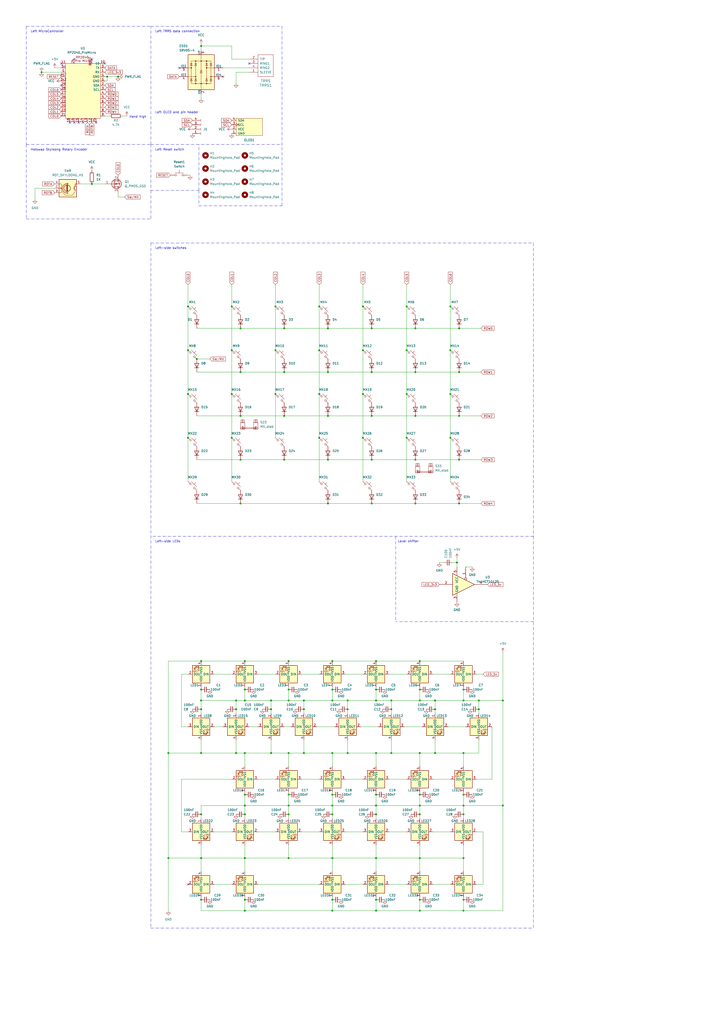
<source format=kicad_sch>
(kicad_sch (version 20230121) (generator eeschema)
  (paper "A2" portrait)
  (title_block (title "Win spit"))
  (junction (at 218.44 383.54))
  (junction (at 190.5 215.9))
  (junction (at 142.24 497.84))
  (junction (at 157.48 436.88))
  (junction (at 269.24 400.05))
  (junction (at 193.04 406.4))
  (junction (at 142.24 461.01))
  (junction (at 227.33 436.88))
  (junction (at 167.64 497.84))
  (junction (at 265.43 326.39))
  (junction (at 215.9 292.1))
  (junction (at 215.9 190.5))
  (junction (at 269.24 467.36))
  (junction (at 278.13 406.4))
  (junction (at 269.24 521.97))
  (junction (at 116.84 411.48))
  (junction (at 218.44 521.97))
  (junction (at 266.7 292.1))
  (junction (at 252.73 411.48))
  (junction (at 269.24 472.44))
  (junction (at 243.84 467.36))
  (junction (at 165.1 266.7))
  (junction (at 160.02 177.8))
  (junction (at 243.84 406.4))
  (junction (at 165.1 215.9))
  (junction (at 210.82 203.2))
  (junction (at 201.93 406.4))
  (junction (at 266.7 215.9))
  (junction (at 157.48 411.48))
  (junction (at 142.24 383.54))
  (junction (at 241.3 241.3))
  (junction (at 241.3 266.7))
  (junction (at 241.3 215.9))
  (junction (at 243.84 521.97))
  (junction (at 167.64 472.44))
  (junction (at 157.48 406.4))
  (junction (at 176.53 406.4))
  (junction (at 139.7 292.1))
  (junction (at 142.24 521.97))
  (junction (at 243.84 497.84))
  (junction (at 114.3 208.28))
  (junction (at 218.44 400.05))
  (junction (at 266.7 190.5))
  (junction (at 139.7 190.5))
  (junction (at 269.24 406.4))
  (junction (at 116.84 436.88))
  (junction (at 109.22 254))
  (junction (at 137.16 406.4))
  (junction (at 201.93 411.48))
  (junction (at 210.82 177.8))
  (junction (at 139.7 241.3))
  (junction (at 142.24 400.05))
  (junction (at 193.04 528.32))
  (junction (at 261.62 254))
  (junction (at 185.42 177.8))
  (junction (at 165.1 241.3))
  (junction (at 266.7 241.3))
  (junction (at 185.42 203.2))
  (junction (at 167.64 461.01))
  (junction (at 210.82 228.6))
  (junction (at 266.7 266.7))
  (junction (at 252.73 406.4))
  (junction (at 193.04 497.84))
  (junction (at 142.24 406.4))
  (junction (at 193.04 436.88))
  (junction (at 218.44 461.01))
  (junction (at 116.84 497.84))
  (junction (at 160.02 203.2))
  (junction (at 269.24 436.88))
  (junction (at 160.02 228.6))
  (junction (at 116.84 383.54))
  (junction (at 109.22 177.8))
  (junction (at 142.24 472.44))
  (junction (at 97.79 497.84))
  (junction (at 193.04 521.97))
  (junction (at 134.62 203.2))
  (junction (at 236.22 177.8))
  (junction (at 269.24 497.84))
  (junction (at 210.82 254))
  (junction (at 218.44 406.4))
  (junction (at 139.7 266.7))
  (junction (at 261.62 177.8))
  (junction (at 269.24 528.32))
  (junction (at 201.93 436.88))
  (junction (at 215.9 241.3))
  (junction (at 134.62 228.6))
  (junction (at 243.84 472.44))
  (junction (at 261.62 228.6))
  (junction (at 167.64 467.36))
  (junction (at 109.22 203.2))
  (junction (at 185.42 228.6))
  (junction (at 243.84 436.88))
  (junction (at 134.62 254))
  (junction (at 137.16 436.88))
  (junction (at 190.5 292.1))
  (junction (at 116.84 521.97))
  (junction (at 97.79 436.88))
  (junction (at 116.84 472.44))
  (junction (at 116.84 400.05))
  (junction (at 218.44 472.44))
  (junction (at 62.23 44.45))
  (junction (at 243.84 383.54))
  (junction (at 116.84 26.67))
  (junction (at 134.62 177.8))
  (junction (at 24.13 41.91))
  (junction (at 190.5 266.7))
  (junction (at 53.34 106.68))
  (junction (at 243.84 528.32))
  (junction (at 190.5 190.5))
  (junction (at 278.13 411.48))
  (junction (at 218.44 467.36))
  (junction (at 193.04 467.36))
  (junction (at 215.9 266.7))
  (junction (at 236.22 203.2))
  (junction (at 218.44 497.84))
  (junction (at 218.44 436.88))
  (junction (at 227.33 411.48))
  (junction (at 142.24 436.88))
  (junction (at 215.9 215.9))
  (junction (at 139.7 215.9))
  (junction (at 241.3 292.1))
  (junction (at 241.3 190.5))
  (junction (at 116.84 406.4))
  (junction (at 176.53 411.48))
  (junction (at 243.84 400.05))
  (junction (at 68.58 44.45))
  (junction (at 252.73 436.88))
  (junction (at 193.04 400.05))
  (junction (at 190.5 241.3))
  (junction (at 185.42 254))
  (junction (at 236.22 228.6))
  (junction (at 292.1 467.36))
  (junction (at 243.84 461.01))
  (junction (at 167.64 383.54))
  (junction (at 142.24 528.32))
  (junction (at 292.1 406.4))
  (junction (at 193.04 383.54))
  (junction (at 176.53 436.88))
  (junction (at 193.04 472.44))
  (junction (at 167.64 436.88))
  (junction (at 269.24 461.01))
  (junction (at 165.1 190.5))
  (junction (at 167.64 400.05))
  (junction (at 261.62 203.2))
  (junction (at 167.64 406.4))
  (junction (at 218.44 528.32))
  (junction (at 137.16 411.48))
  (junction (at 109.22 228.6))
  (junction (at 142.24 467.36))
  (junction (at 227.33 406.4))
  (junction (at 236.22 254))
  (junction (at 193.04 461.01))
  (no_connect (at 129.54 44.45))
  (no_connect (at 43.18 34.29))
  (no_connect (at 104.14 39.37))
  (no_connect (at 35.56 49.53))
  (no_connect (at 60.96 36.83))
  (no_connect (at 55.88 71.12))
  (no_connect (at 144.78 36.83))
  (no_connect (at 40.64 71.12))
  (no_connect (at 35.56 36.83))
  (no_connect (at 43.18 71.12))
  (no_connect (at 45.72 71.12))
  (no_connect (at 53.34 34.29))
  (no_connect (at 48.26 71.12))
  (no_connect (at 109.22 513.08))
  (wire (pts (xy 243.84 521.97) (xy 243.84 528.32)))
  (wire (pts (xy 134.62 26.67) (xy 116.84 26.67)))
  (wire (pts (xy 116.84 411.48) (xy 116.84 414.02)))
  (wire (pts (xy 261.62 165.1) (xy 261.62 177.8)))
  (wire (pts (xy 110.49 101.6) (xy 109.22 101.6)))
  (wire (pts (xy 218.44 497.84) (xy 218.44 505.46)))
  (wire (pts (xy 116.84 26.67) (xy 116.84 29.21)))
  (wire (pts (xy 269.24 497.84) (xy 269.24 505.46)))
  (polyline (pts (xy 15.24 83.82) (xy 87.63 83.82)) (stroke (width 0) (type dash_dot)))
  (wire (pts (xy 114.3 292.1) (xy 139.7 292.1)))
  (wire (pts (xy 160.02 177.8) (xy 160.02 203.2)))
  (wire (pts (xy 218.44 383.54) (xy 193.04 383.54)))
  (wire (pts (xy 278.13 411.48) (xy 278.13 414.02)))
  (wire (pts (xy 265.43 323.85) (xy 265.43 326.39)))
  (polyline (pts (xy 115.57 119.38) (xy 163.83 119.38)) (stroke (width 0) (type dash_dot)))
  (wire (pts (xy 185.42 254) (xy 185.42 279.4)))
  (wire (pts (xy 129.54 421.64) (xy 124.46 421.64)))
  (wire (pts (xy 149.86 452.12) (xy 160.02 452.12)))
  (wire (pts (xy 269.24 400.05) (xy 269.24 406.4)))
  (wire (pts (xy 241.3 241.3) (xy 266.7 241.3)))
  (wire (pts (xy 116.84 400.05) (xy 116.84 406.4)))
  (wire (pts (xy 97.79 497.84) (xy 116.84 497.84)))
  (wire (pts (xy 190.5 215.9) (xy 165.1 215.9)))
  (wire (pts (xy 142.24 406.4) (xy 157.48 406.4)))
  (wire (pts (xy 218.44 467.36) (xy 218.44 472.44)))
  (wire (pts (xy 201.93 429.26) (xy 201.93 436.88)))
  (wire (pts (xy 193.04 398.78) (xy 193.04 400.05)))
  (wire (pts (xy 236.22 228.6) (xy 236.22 254)))
  (wire (pts (xy 261.62 203.2) (xy 261.62 228.6)))
  (wire (pts (xy 116.84 520.7) (xy 116.84 521.97)))
  (wire (pts (xy 276.86 452.12) (xy 285.75 452.12)))
  (wire (pts (xy 269.24 406.4) (xy 278.13 406.4)))
  (wire (pts (xy 142.24 459.74) (xy 142.24 461.01)))
  (wire (pts (xy 167.64 467.36) (xy 193.04 467.36)))
  (wire (pts (xy 167.64 467.36) (xy 167.64 472.44)))
  (wire (pts (xy 218.44 528.32) (xy 243.84 528.32)))
  (wire (pts (xy 167.64 497.84) (xy 193.04 497.84)))
  (wire (pts (xy 234.95 421.64) (xy 245.11 421.64)))
  (wire (pts (xy 193.04 472.44) (xy 193.04 474.98)))
  (wire (pts (xy 201.93 411.48) (xy 201.93 414.02)))
  (wire (pts (xy 97.79 383.54) (xy 116.84 383.54)))
  (wire (pts (xy 139.7 241.3) (xy 165.1 241.3)))
  (wire (pts (xy 116.84 521.97) (xy 116.84 528.32)))
  (wire (pts (xy 142.24 497.84) (xy 142.24 505.46)))
  (wire (pts (xy 218.44 398.78) (xy 218.44 400.05)))
  (wire (pts (xy 176.53 406.4) (xy 176.53 411.48)))
  (wire (pts (xy 243.84 461.01) (xy 243.84 467.36)))
  (wire (pts (xy 218.44 497.84) (xy 243.84 497.84)))
  (wire (pts (xy 116.84 497.84) (xy 142.24 497.84)))
  (wire (pts (xy 193.04 497.84) (xy 218.44 497.84)))
  (wire (pts (xy 105.41 391.16) (xy 105.41 421.64)))
  (wire (pts (xy 226.06 513.08) (xy 236.22 513.08)))
  (wire (pts (xy 209.55 421.64) (xy 219.71 421.64)))
  (wire (pts (xy 139.7 215.9) (xy 165.1 215.9)))
  (wire (pts (xy 227.33 406.4) (xy 243.84 406.4)))
  (wire (pts (xy 227.33 406.4) (xy 227.33 411.48)))
  (wire (pts (xy 97.79 436.88) (xy 97.79 497.84)))
  (wire (pts (xy 236.22 254) (xy 236.22 279.4)))
  (wire (pts (xy 142.24 528.32) (xy 193.04 528.32)))
  (wire (pts (xy 157.48 406.4) (xy 157.48 411.48)))
  (wire (pts (xy 193.04 521.97) (xy 193.04 528.32)))
  (wire (pts (xy 269.24 467.36) (xy 292.1 467.36)))
  (wire (pts (xy 149.86 391.16) (xy 160.02 391.16)))
  (wire (pts (xy 167.64 398.78) (xy 167.64 400.05)))
  (polyline (pts (xy 87.63 83.82) (xy 163.83 83.82)) (stroke (width 0) (type dash_dot)))
  (polyline (pts (xy 87.63 110.49) (xy 87.63 127)) (stroke (width 0) (type dash_dot)))
  (wire (pts (xy 193.04 461.01) (xy 193.04 467.36)))
  (wire (pts (xy 278.13 429.26) (xy 278.13 436.88)))
  (polyline (pts (xy 309.88 311.15) (xy 309.88 538.48)) (stroke (width 0) (type dash_dot)))
  (wire (pts (xy 269.24 472.44) (xy 269.24 474.98)))
  (wire (pts (xy 116.84 406.4) (xy 116.84 411.48)))
  (wire (pts (xy 114.3 215.9) (xy 139.7 215.9)))
  (wire (pts (xy 185.42 228.6) (xy 185.42 254)))
  (wire (pts (xy 142.24 467.36) (xy 142.24 472.44)))
  (wire (pts (xy 269.24 520.7) (xy 269.24 521.97)))
  (wire (pts (xy 160.02 165.1) (xy 160.02 177.8)))
  (wire (pts (xy 280.67 482.6) (xy 280.67 513.08)))
  (wire (pts (xy 215.9 241.3) (xy 241.3 241.3)))
  (wire (pts (xy 160.02 228.6) (xy 160.02 254)))
  (wire (pts (xy 167.64 436.88) (xy 167.64 444.5)))
  (wire (pts (xy 114.3 241.3) (xy 139.7 241.3)))
  (wire (pts (xy 116.84 406.4) (xy 137.16 406.4)))
  (wire (pts (xy 241.3 266.7) (xy 215.9 266.7)))
  (wire (pts (xy 243.84 459.74) (xy 243.84 461.01)))
  (wire (pts (xy 243.84 467.36) (xy 243.84 472.44)))
  (wire (pts (xy 226.06 391.16) (xy 236.22 391.16)))
  (wire (pts (xy 243.84 383.54) (xy 218.44 383.54)))
  (wire (pts (xy 261.62 177.8) (xy 261.62 203.2)))
  (wire (pts (xy 210.82 228.6) (xy 210.82 254)))
  (wire (pts (xy 109.22 254) (xy 109.22 279.4)))
  (wire (pts (xy 210.82 203.2) (xy 210.82 228.6)))
  (wire (pts (xy 185.42 165.1) (xy 185.42 177.8)))
  (wire (pts (xy 167.64 461.01) (xy 167.64 467.36)))
  (wire (pts (xy 252.73 436.88) (xy 269.24 436.88)))
  (wire (pts (xy 157.48 429.26) (xy 157.48 436.88)))
  (wire (pts (xy 210.82 165.1) (xy 210.82 177.8)))
  (wire (pts (xy 109.22 203.2) (xy 109.22 228.6)))
  (wire (pts (xy 165.1 190.5) (xy 190.5 190.5)))
  (wire (pts (xy 105.41 482.6) (xy 109.22 482.6)))
  (wire (pts (xy 279.4 241.3) (xy 266.7 241.3)))
  (wire (pts (xy 193.04 528.32) (xy 218.44 528.32)))
  (wire (pts (xy 129.54 39.37) (xy 144.78 39.37)))
  (polyline (pts (xy 87.63 15.24) (xy 163.83 15.24)) (stroke (width 0) (type dash_dot)))
  (wire (pts (xy 24.13 41.91) (xy 35.56 41.91)))
  (wire (pts (xy 292.1 378.46) (xy 292.1 406.4)))
  (wire (pts (xy 176.53 436.88) (xy 193.04 436.88)))
  (wire (pts (xy 193.04 520.7) (xy 193.04 521.97)))
  (polyline (pts (xy 15.24 15.24) (xy 87.63 15.24)) (stroke (width 0) (type dash_dot)))
  (wire (pts (xy 116.84 497.84) (xy 116.84 505.46)))
  (polyline (pts (xy 87.63 110.49) (xy 115.57 110.49)) (stroke (width 0) (type dash_dot)))
  (wire (pts (xy 201.93 436.88) (xy 218.44 436.88)))
  (polyline (pts (xy 87.63 83.82) (xy 87.63 15.24)) (stroke (width 0) (type dash_dot)))
  (wire (pts (xy 116.84 528.32) (xy 142.24 528.32)))
  (wire (pts (xy 144.78 41.91) (xy 137.16 41.91)))
  (polyline (pts (xy 163.83 15.24) (xy 163.83 119.38)) (stroke (width 0) (type dash_dot)))
  (wire (pts (xy 200.66 452.12) (xy 210.82 452.12)))
  (wire (pts (xy 243.84 497.84) (xy 269.24 497.84)))
  (wire (pts (xy 167.64 406.4) (xy 176.53 406.4)))
  (wire (pts (xy 201.93 406.4) (xy 201.93 411.48)))
  (wire (pts (xy 190.5 266.7) (xy 215.9 266.7)))
  (wire (pts (xy 116.84 54.61) (xy 116.84 57.15)))
  (wire (pts (xy 60.96 67.31) (xy 63.5 67.31)))
  (wire (pts (xy 97.79 497.84) (xy 97.79 528.32)))
  (wire (pts (xy 276.86 391.16) (xy 280.67 391.16)))
  (wire (pts (xy 190.5 190.5) (xy 215.9 190.5)))
  (wire (pts (xy 142.24 520.7) (xy 142.24 521.97)))
  (polyline (pts (xy 115.57 110.49) (xy 115.57 119.38)) (stroke (width 0) (type dash_dot)))
  (wire (pts (xy 266.7 190.5) (xy 279.4 190.5)))
  (wire (pts (xy 190.5 215.9) (xy 215.9 215.9)))
  (wire (pts (xy 243.84 406.4) (xy 252.73 406.4)))
  (wire (pts (xy 139.7 266.7) (xy 114.3 266.7)))
  (wire (pts (xy 200.66 391.16) (xy 210.82 391.16)))
  (wire (pts (xy 261.62 228.6) (xy 261.62 254)))
  (wire (pts (xy 218.44 490.22) (xy 218.44 497.84)))
  (wire (pts (xy 109.22 228.6) (xy 109.22 254)))
  (wire (pts (xy 134.62 228.6) (xy 134.62 254)))
  (wire (pts (xy 190.5 292.1) (xy 215.9 292.1)))
  (wire (pts (xy 175.26 452.12) (xy 185.42 452.12)))
  (wire (pts (xy 251.46 482.6) (xy 261.62 482.6)))
  (wire (pts (xy 227.33 429.26) (xy 227.33 436.88)))
  (wire (pts (xy 218.44 472.44) (xy 218.44 474.98)))
  (wire (pts (xy 241.3 292.1) (xy 215.9 292.1)))
  (wire (pts (xy 167.64 400.05) (xy 167.64 406.4)))
  (wire (pts (xy 60.96 46.99) (xy 62.23 46.99)))
  (wire (pts (xy 193.04 436.88) (xy 193.04 444.5)))
  (wire (pts (xy 157.48 411.48) (xy 157.48 414.02)))
  (wire (pts (xy 251.46 513.08) (xy 261.62 513.08)))
  (wire (pts (xy 142.24 400.05) (xy 142.24 406.4)))
  (wire (pts (xy 243.84 400.05) (xy 243.84 406.4)))
  (polyline (pts (xy 115.57 110.49) (xy 115.57 83.82)) (stroke (width 0) (type dash_dot)))
  (wire (pts (xy 124.46 391.16) (xy 134.62 391.16)))
  (wire (pts (xy 243.84 472.44) (xy 243.84 474.98)))
  (polyline (pts (xy 87.63 140.97) (xy 87.63 538.48)) (stroke (width 0) (type dash_dot)))
  (wire (pts (xy 262.89 326.39) (xy 265.43 326.39)))
  (wire (pts (xy 278.13 436.88) (xy 269.24 436.88)))
  (wire (pts (xy 134.62 34.29) (xy 144.78 34.29)))
  (wire (pts (xy 116.84 436.88) (xy 137.16 436.88)))
  (wire (pts (xy 116.84 490.22) (xy 116.84 497.84)))
  (wire (pts (xy 165.1 241.3) (xy 190.5 241.3)))
  (wire (pts (xy 142.24 497.84) (xy 167.64 497.84)))
  (wire (pts (xy 142.24 436.88) (xy 142.24 444.5)))
  (wire (pts (xy 139.7 190.5) (xy 165.1 190.5)))
  (wire (pts (xy 137.16 429.26) (xy 137.16 436.88)))
  (wire (pts (xy 137.16 406.4) (xy 137.16 411.48)))
  (wire (pts (xy 134.62 165.1) (xy 134.62 177.8)))
  (wire (pts (xy 252.73 411.48) (xy 252.73 414.02)))
  (wire (pts (xy 218.44 436.88) (xy 227.33 436.88)))
  (wire (pts (xy 116.84 472.44) (xy 116.84 474.98)))
  (wire (pts (xy 227.33 436.88) (xy 243.84 436.88)))
  (wire (pts (xy 142.24 472.44) (xy 142.24 474.98)))
  (wire (pts (xy 167.64 383.54) (xy 142.24 383.54)))
  (polyline (pts (xy 309.88 311.15) (xy 87.63 311.15)) (stroke (width 0) (type dash_dot)))
  (wire (pts (xy 142.24 398.78) (xy 142.24 400.05)))
  (wire (pts (xy 116.84 467.36) (xy 116.84 472.44)))
  (wire (pts (xy 176.53 406.4) (xy 193.04 406.4)))
  (wire (pts (xy 269.24 521.97) (xy 269.24 528.32)))
  (wire (pts (xy 269.24 528.32) (xy 292.1 528.32)))
  (wire (pts (xy 243.84 497.84) (xy 243.84 505.46)))
  (wire (pts (xy 167.64 459.74) (xy 167.64 461.01)))
  (wire (pts (xy 114.3 190.5) (xy 139.7 190.5)))
  (wire (pts (xy 210.82 254) (xy 210.82 279.4)))
  (wire (pts (xy 252.73 429.26) (xy 252.73 436.88)))
  (wire (pts (xy 31.75 109.22) (xy 20.32 109.22)))
  (wire (pts (xy 139.7 292.1) (xy 190.5 292.1)))
  (wire (pts (xy 142.24 521.97) (xy 142.24 528.32)))
  (wire (pts (xy 251.46 391.16) (xy 261.62 391.16)))
  (polyline (pts (xy 87.63 140.97) (xy 309.88 140.97)) (stroke (width 0) (type dash_dot)))
  (wire (pts (xy 167.64 472.44) (xy 167.64 474.98)))
  (wire (pts (xy 193.04 436.88) (xy 201.93 436.88)))
  (wire (pts (xy 218.44 400.05) (xy 218.44 406.4)))
  (polyline (pts (xy 309.88 360.68) (xy 229.87 360.68)) (stroke (width 0) (type dash_dot)))
  (wire (pts (xy 241.3 215.9) (xy 266.7 215.9)))
  (wire (pts (xy 236.22 177.8) (xy 236.22 203.2)))
  (wire (pts (xy 269.24 490.22) (xy 269.24 497.84)))
  (wire (pts (xy 116.84 398.78) (xy 116.84 400.05)))
  (wire (pts (xy 134.62 34.29) (xy 134.62 26.67)))
  (wire (pts (xy 278.13 406.4) (xy 292.1 406.4)))
  (wire (pts (xy 241.3 190.5) (xy 266.7 190.5)))
  (wire (pts (xy 252.73 406.4) (xy 269.24 406.4)))
  (wire (pts (xy 20.32 109.22) (xy 20.32 115.57)))
  (wire (pts (xy 105.41 452.12) (xy 134.62 452.12)))
  (wire (pts (xy 176.53 411.48) (xy 176.53 414.02)))
  (wire (pts (xy 139.7 266.7) (xy 165.1 266.7)))
  (polyline (pts (xy 309.88 140.97) (xy 309.88 311.15)) (stroke (width 0) (type dash_dot)))
  (wire (pts (xy 243.84 520.7) (xy 243.84 521.97)))
  (wire (pts (xy 105.41 452.12) (xy 105.41 482.6)))
  (wire (pts (xy 167.64 490.22) (xy 167.64 497.84)))
  (wire (pts (xy 97.79 383.54) (xy 97.79 436.88)))
  (wire (pts (xy 149.86 513.08) (xy 185.42 513.08)))
  (wire (pts (xy 142.24 436.88) (xy 157.48 436.88)))
  (wire (pts (xy 243.84 398.78) (xy 243.84 400.05)))
  (wire (pts (xy 149.86 421.64) (xy 144.78 421.64)))
  (polyline (pts (xy 15.24 127) (xy 87.63 127)) (stroke (width 0) (type dash_dot)))
  (wire (pts (xy 175.26 482.6) (xy 185.42 482.6)))
  (wire (pts (xy 236.22 165.1) (xy 236.22 177.8)))
  (wire (pts (xy 270.51 328.93) (xy 274.32 328.93)))
  (wire (pts (xy 142.24 467.36) (xy 167.64 467.36)))
  (wire (pts (xy 109.22 177.8) (xy 109.22 203.2)))
  (wire (pts (xy 218.44 436.88) (xy 218.44 444.5)))
  (wire (pts (xy 218.44 467.36) (xy 243.84 467.36)))
  (wire (pts (xy 68.58 44.45) (xy 62.23 44.45)))
  (wire (pts (xy 137.16 436.88) (xy 142.24 436.88)))
  (wire (pts (xy 116.84 25.4) (xy 116.84 26.67)))
  (polyline (pts (xy 15.24 15.24) (xy 15.24 83.82)) (stroke (width 0) (type dash_dot)))
  (wire (pts (xy 165.1 266.7) (xy 190.5 266.7)))
  (wire (pts (xy 46.99 106.68) (xy 53.34 106.68)))
  (wire (pts (xy 292.1 406.4) (xy 292.1 467.36)))
  (wire (pts (xy 193.04 459.74) (xy 193.04 461.01)))
  (wire (pts (xy 190.5 241.3) (xy 215.9 241.3)))
  (wire (pts (xy 269.24 398.78) (xy 269.24 400.05)))
  (wire (pts (xy 121.92 208.28) (xy 114.3 208.28)))
  (wire (pts (xy 243.84 490.22) (xy 243.84 497.84)))
  (wire (pts (xy 241.3 266.7) (xy 266.7 266.7)))
  (polyline (pts (xy 15.24 83.82) (xy 15.24 127)) (stroke (width 0) (type dash_dot)))
  (wire (pts (xy 167.64 436.88) (xy 176.53 436.88)))
  (wire (pts (xy 116.84 436.88) (xy 97.79 436.88)))
  (wire (pts (xy 109.22 165.1) (xy 109.22 177.8)))
  (wire (pts (xy 201.93 406.4) (xy 218.44 406.4)))
  (wire (pts (xy 269.24 459.74) (xy 269.24 461.01)))
  (wire (pts (xy 261.62 254) (xy 261.62 279.4)))
  (wire (pts (xy 53.34 106.68) (xy 60.96 106.68)))
  (wire (pts (xy 218.44 406.4) (xy 227.33 406.4)))
  (polyline (pts (xy 87.63 83.82) (xy 87.63 110.49)) (stroke (width 0) (type dash_dot)))
  (wire (pts (xy 31.75 39.37) (xy 35.56 39.37)))
  (wire (pts (xy 251.46 452.12) (xy 261.62 452.12)))
  (wire (pts (xy 193.04 467.36) (xy 218.44 467.36)))
  (wire (pts (xy 193.04 490.22) (xy 193.04 497.84)))
  (wire (pts (xy 215.9 190.5) (xy 241.3 190.5)))
  (polyline (pts (xy 229.87 311.15) (xy 229.87 360.68)) (stroke (width 0) (type dash_dot)))
  (wire (pts (xy 137.16 41.91) (xy 137.16 48.26)))
  (wire (pts (xy 276.86 513.08) (xy 280.67 513.08)))
  (wire (pts (xy 269.24 461.01) (xy 269.24 467.36)))
  (wire (pts (xy 193.04 383.54) (xy 167.64 383.54)))
  (wire (pts (xy 71.12 67.31) (xy 73.66 67.31)))
  (wire (pts (xy 185.42 203.2) (xy 185.42 228.6)))
  (wire (pts (xy 62.23 44.45) (xy 60.96 44.45)))
  (wire (pts (xy 142.24 490.22) (xy 142.24 497.84)))
  (wire (pts (xy 269.24 467.36) (xy 269.24 472.44)))
  (wire (pts (xy 137.16 406.4) (xy 142.24 406.4)))
  (wire (pts (xy 279.4 215.9) (xy 266.7 215.9)))
  (wire (pts (xy 185.42 177.8) (xy 185.42 203.2)))
  (wire (pts (xy 142.24 461.01) (xy 142.24 467.36)))
  (wire (pts (xy 210.82 177.8) (xy 210.82 203.2)))
  (wire (pts (xy 226.06 452.12) (xy 236.22 452.12)))
  (wire (pts (xy 134.62 177.8) (xy 134.62 203.2)))
  (wire (pts (xy 116.84 467.36) (xy 142.24 467.36)))
  (wire (pts (xy 149.86 482.6) (xy 160.02 482.6)))
  (wire (pts (xy 269.24 383.54) (xy 243.84 383.54)))
  (wire (pts (xy 200.66 482.6) (xy 210.82 482.6)))
  (wire (pts (xy 193.04 467.36) (xy 193.04 472.44)))
  (wire (pts (xy 255.27 326.39) (xy 257.81 326.39)))
  (wire (pts (xy 105.41 421.64) (xy 109.22 421.64)))
  (wire (pts (xy 193.04 406.4) (xy 201.93 406.4)))
  (wire (pts (xy 116.84 429.26) (xy 116.84 436.88)))
  (wire (pts (xy 236.22 203.2) (xy 236.22 228.6)))
  (wire (pts (xy 243.84 528.32) (xy 269.24 528.32)))
  (wire (pts (xy 124.46 513.08) (xy 134.62 513.08)))
  (wire (pts (xy 276.86 482.6) (xy 280.67 482.6)))
  (wire (pts (xy 68.58 114.3) (xy 72.39 114.3)))
  (wire (pts (xy 193.04 400.05) (xy 193.04 406.4)))
  (wire (pts (xy 105.41 391.16) (xy 109.22 391.16)))
  (wire (pts (xy 260.35 421.64) (xy 270.51 421.64)))
  (wire (pts (xy 157.48 436.88) (xy 167.64 436.88)))
  (wire (pts (xy 243.84 436.88) (xy 252.73 436.88)))
  (wire (pts (xy 62.23 46.99) (xy 62.23 44.45)))
  (wire (pts (xy 68.58 111.76) (xy 68.58 114.3)))
  (wire (pts (xy 137.16 411.48) (xy 137.16 414.02)))
  (wire (pts (xy 218.44 521.97) (xy 218.44 528.32)))
  (wire (pts (xy 279.4 292.1) (xy 266.7 292.1)))
  (wire (pts (xy 269.24 436.88) (xy 269.24 444.5)))
  (wire (pts (xy 278.13 406.4) (xy 278.13 411.48)))
  (wire (pts (xy 160.02 203.2) (xy 160.02 228.6)))
  (wire (pts (xy 175.26 391.16) (xy 185.42 391.16)))
  (wire (pts (xy 200.66 513.08) (xy 210.82 513.08)))
  (wire (pts (xy 279.4 266.7) (xy 266.7 266.7)))
  (wire (pts (xy 134.62 203.2) (xy 134.62 228.6)))
  (wire (pts (xy 215.9 215.9) (xy 241.3 215.9)))
  (polyline (pts (xy 87.63 538.48) (xy 309.88 538.48)) (stroke (width 0) (type dash_dot)))
  (wire (pts (xy 292.1 467.36) (xy 292.1 528.32)))
  (wire (pts (xy 227.33 411.48) (xy 227.33 414.02)))
  (wire (pts (xy 243.84 436.88) (xy 243.84 444.5)))
  (wire (pts (xy 218.44 461.01) (xy 218.44 467.36)))
  (wire (pts (xy 226.06 482.6) (xy 236.22 482.6)))
  (wire (pts (xy 241.3 292.1) (xy 266.7 292.1)))
  (wire (pts (xy 165.1 421.64) (xy 168.91 421.64)))
  (wire (pts (xy 218.44 459.74) (xy 218.44 461.01)))
  (wire (pts (xy 176.53 429.26) (xy 176.53 436.88)))
  (wire (pts (xy 193.04 497.84) (xy 193.04 505.46)))
  (wire (pts (xy 134.62 254) (xy 134.62 279.4)))
  (wire (pts (xy 218.44 520.7) (xy 218.44 521.97)))
  (wire (pts (xy 184.15 421.64) (xy 194.31 421.64)))
  (wire (pts (xy 142.24 383.54) (xy 116.84 383.54)))
  (wire (pts (xy 265.43 326.39) (xy 265.43 328.93)))
  (wire (pts (xy 285.75 421.64) (xy 285.75 452.12)))
  (wire (pts (xy 157.48 406.4) (xy 167.64 406.4)))
  (wire (pts (xy 243.84 467.36) (xy 269.24 467.36)))
  (wire (pts (xy 252.73 406.4) (xy 252.73 411.48)))
  (wire (pts (xy 124.46 482.6) (xy 134.62 482.6)))
  (text "Left-side switches" (at 90.17 144.78 0) (effects (font (size 1.27 1.27)) (justify left bottom)))
  (text "Left MicroController" (at 17.78 19.05 0) (effects (font (size 1.27 1.27)) (justify left bottom)))
  (text "Left Reset switch\n" (at 90.17 87.63 0) (effects (font (size 1.27 1.27)) (justify left bottom)))
  (text "Left OLED and pin header" (at 90.17 66.04 0) (effects (font (size 1.27 1.27)) (justify left bottom)))
  (text "Level shifter\n" (at 231.14 314.96 0) (effects (font (size 1.27 1.27)) (justify left bottom)))
  (text "Left-side LEDs" (at 90.17 314.96 0) (effects (font (size 1.27 1.27)) (justify left bottom)))
  (text "Hand high" (at 85.09 68.58 0) (effects (font (size 1.27 1.27)) (justify right bottom)))
  (text "Left TRRS data connection\n" (at 90.17 19.05 0) (effects (font (size 1.27 1.27)) (justify left bottom)))
  (text "Hotswap Skyloong Rotary Encoder\n" (at 17.78 87.63 0) (effects (font (size 1.27 1.27)) (justify left bottom)))
  (global_label "ROW2" (shape input) (at 60.96 59.69 0) (property "Intersheetrefs" "${INTERSHEET_REFS}" (effects hide)))
  (global_label "COL3" (shape input) (at 185.42 165.1 90) (property "Intersheetrefs" "${INTERSHEET_REFS}" (effects hide)))
  (global_label "ROW1" (shape input) (at 279.4 215.9 0) (property "Intersheetrefs" "${INTERSHEET_REFS}" (effects hide)))
  (global_label "LED_5v" (shape input) (at 283.21 339.09 0) (property "Intersheetrefs" "${INTERSHEET_REFS}" (effects hide)))
  (global_label "ROW4" (shape input) (at 279.4 292.1 0) (property "Intersheetrefs" "${INTERSHEET_REFS}" (effects hide)))
  (global_label "SDA" (shape input) (at 111.76 69.85 180) (property "Intersheetrefs" "${INTERSHEET_REFS}" (effects hide)))
  (global_label "COL0" (shape input) (at 68.58 101.6 90) (property "Intersheetrefs" "${INTERSHEET_REFS}" (effects hide)))
  (global_label "SCL" (shape input) (at 134.62 72.39 180) (property "Intersheetrefs" "${INTERSHEET_REFS}" (effects hide)))
  (global_label "DATA" (shape input) (at 60.96 39.37 0) (property "Intersheetrefs" "${INTERSHEET_REFS}" (effects hide)))
  (global_label "DATA" (shape input) (at 104.14 44.45 180) (property "Intersheetrefs" "${INTERSHEET_REFS}" (effects hide)))
  (global_label "ROW0" (shape input) (at 60.96 54.61 0) (property "Intersheetrefs" "${INTERSHEET_REFS}" (effects hide)))
  (global_label "ROTB" (shape input) (at 53.34 71.12 270) (property "Intersheetrefs" "${INTERSHEET_REFS}" (effects hide)))
  (global_label "ROW2" (shape input) (at 279.4 241.3 0) (property "Intersheetrefs" "${INTERSHEET_REFS}" (effects hide)))
  (global_label "ROW1" (shape input) (at 60.96 57.15 0) (property "Intersheetrefs" "${INTERSHEET_REFS}" (effects hide)))
  (global_label "ROW3" (shape input) (at 60.96 62.23 0) (property "Intersheetrefs" "${INTERSHEET_REFS}" (effects hide)))
  (global_label "ROTA" (shape input) (at 31.75 106.68 180) (property "Intersheetrefs" "${INTERSHEET_REFS}" (effects hide)))
  (global_label "LED_3v3" (shape input) (at 60.96 41.91 0) (property "Intersheetrefs" "${INTERSHEET_REFS}" (effects hide)))
  (global_label "RESET" (shape input) (at 35.56 44.45 180) (property "Intersheetrefs" "${INTERSHEET_REFS}" (effects hide)))
  (global_label "SW{slash}MX" (shape input) (at 72.39 114.3 0) (property "Intersheetrefs" "${INTERSHEET_REFS}" (effects hide)))
  (global_label "SCL" (shape input) (at 111.76 72.39 180) (property "Intersheetrefs" "${INTERSHEET_REFS}" (effects hide)))
  (global_label "COL6" (shape input) (at 35.56 52.07 180) (property "Intersheetrefs" "${INTERSHEET_REFS}" (effects hide)))
  (global_label "ROTA" (shape input) (at 50.8 71.12 270) (property "Intersheetrefs" "${INTERSHEET_REFS}" (effects hide)))
  (global_label "ROW0" (shape input) (at 279.4 190.5 0) (property "Intersheetrefs" "${INTERSHEET_REFS}" (effects hide)))
  (global_label "COL2" (shape input) (at 160.02 165.1 90) (property "Intersheetrefs" "${INTERSHEET_REFS}" (effects hide)))
  (global_label "LED_5v" (shape input) (at 280.67 391.16 0) (property "Intersheetrefs" "${INTERSHEET_REFS}" (effects hide)))
  (global_label "RESET" (shape input) (at 99.06 101.6 180) (property "Intersheetrefs" "${INTERSHEET_REFS}" (effects hide)))
  (global_label "LED_3v3" (shape input) (at 255.27 339.09 180) (property "Intersheetrefs" "${INTERSHEET_REFS}" (effects hide)))
  (global_label "COL1" (shape input) (at 134.62 165.1 90) (property "Intersheetrefs" "${INTERSHEET_REFS}" (effects hide)))
  (global_label "COL0" (shape input) (at 109.22 165.1 90) (property "Intersheetrefs" "${INTERSHEET_REFS}" (effects hide)))
  (global_label "COL5" (shape input) (at 236.22 165.1 90) (property "Intersheetrefs" "${INTERSHEET_REFS}" (effects hide)))
  (global_label "COL6" (shape input) (at 261.62 165.1 90) (property "Intersheetrefs" "${INTERSHEET_REFS}" (effects hide)))
  (global_label "ROW3" (shape input) (at 279.4 266.7 0) (property "Intersheetrefs" "${INTERSHEET_REFS}" (effects hide)))
  (global_label "SW{slash}MX" (shape input) (at 121.92 208.28 0) (property "Intersheetrefs" "${INTERSHEET_REFS}" (effects hide)))
  (global_label "COL4" (shape input) (at 210.82 165.1 90) (property "Intersheetrefs" "${INTERSHEET_REFS}" (effects hide)))
  (global_label "COL2" (shape input) (at 35.56 62.23 180) (property "Intersheetrefs" "${INTERSHEET_REFS}" (effects hide)))
  (global_label "COL0" (shape input) (at 35.56 67.31 180) (property "Intersheetrefs" "${INTERSHEET_REFS}" (effects hide)))
  (global_label "SDA" (shape input) (at 134.62 69.85 180) (property "Intersheetrefs" "${INTERSHEET_REFS}" (effects hide)))
  (global_label "ROTB" (shape input) (at 31.75 111.76 180) (property "Intersheetrefs" "${INTERSHEET_REFS}" (effects hide)))
  (global_label "COL5" (shape input) (at 35.56 54.61 180) (property "Intersheetrefs" "${INTERSHEET_REFS}" (effects hide)))
  (global_label "COL1" (shape input) (at 35.56 64.77 180) (property "Intersheetrefs" "${INTERSHEET_REFS}" (effects hide)))
  (global_label "COL3" (shape input) (at 35.56 59.69 180) (property "Intersheetrefs" "${INTERSHEET_REFS}" (effects hide)))
  (global_label "COL4" (shape input) (at 35.56 57.15 180) (property "Intersheetrefs" "${INTERSHEET_REFS}" (effects hide)))
  (global_label "ROW4" (shape input) (at 60.96 64.77 0) (property "Intersheetrefs" "${INTERSHEET_REFS}" (effects hide)))
  (global_label "SCL" (shape input) (at 60.96 52.07 0) (property "Intersheetrefs" "${INTERSHEET_REFS}" (effects hide)))
  (global_label "SDA" (shape input) (at 60.96 49.53 0) (property "Intersheetrefs" "${INTERSHEET_REFS}" (effects hide)))
  (symbol (lib_name "GND_2") (lib_id "power:GND") (at 134.62 77.47 0) (mirror y) (unit 1)
    (property "Reference" "#PWR04" (effects hide))
    (property "Value" "GND" (effects hide))
  )
  (symbol (lib_id "PCM_marbastlib-mx:MX_SW_HS_CPG151101S11") (at 264.16 231.14 0) (unit 1)
    (property "Reference" "MX21" (at 264.16 226.06 0))
    (property "Value" "MX_SW_HS" (effects hide))
    (property "Footprint" "winkeebs:SW_MX_HS_CPG151101S11_1u" (effects hide))
  )
  (symbol (lib_id "ScottoKeebs:Placeholder_Diode") (at 241.3 262.89 90) (unit 1)
    (property "Reference" "D27" (at 243.84 261.62 90) (effects (justify right)))
    (property "Value" "Diode" (effects hide))
    (property "Footprint" "winkeebs:Diode_SOD-123" (effects hide))
    (property "Sim.Device" "D" (effects hide))
    (property "Sim.Pins" "1=K 2=A" (effects hide))
    (property "LCSC" "C81598" (effects hide))
  )
  (symbol (lib_id "power:GND") (at 247.65 411.48 0) (unit 1)
    (property "Reference" "#PWR043" (effects hide))
    (property "Value" "GND" (at 247.65 415.29 0))
  )
  (symbol (lib_id "ScottoKeebs:Placeholder_Diode") (at 139.7 186.69 90) (unit 1)
    (property "Reference" "D2" (at 142.24 185.42 90) (effects (justify right)))
    (property "Value" "Diode" (effects hide))
    (property "Footprint" "winkeebs:Diode_SOD-123" (effects hide))
    (property "Sim.Device" "D" (effects hide))
    (property "Sim.Pins" "1=K 2=A" (effects hide))
    (property "LCSC" "C81598" (effects hide))
  )
  (symbol (lib_id "PCM_marbastlib-mx:MX_SW_HS_CPG151101S11") (at 238.76 180.34 0) (unit 1)
    (property "Reference" "MX6" (at 238.76 175.26 0))
    (property "Value" "MX_SW_HS" (effects hide))
    (property "Footprint" "winkeebs:SW_MX_HS_CPG151101S11_1u" (effects hide))
  )
  (symbol (lib_id "power:VCC") (at 53.34 99.06 0) (mirror y) (unit 1)
    (property "Reference" "#PWR032" (effects hide))
    (property "Value" "VCC" (at 53.34 93.98 0))
  )
  (symbol (lib_id "power:GND") (at 121.92 400.05 0) (unit 1)
    (property "Reference" "#PWR01" (effects hide))
    (property "Value" "GND" (at 121.92 403.86 0))
  )
  (symbol (lib_id "PCM_marbastlib-mx:MX_SW_HS_CPG151101S11") (at 162.56 256.54 0) (unit 1)
    (property "Reference" "MX24" (at 162.56 251.46 0))
    (property "Value" "MX_SW_HS" (effects hide))
    (property "Footprint" "winkeebs:SW_MX_HS_CPG151101S11_1u" (effects hide))
  )
  (symbol (lib_id "ScottoKeebs:Placeholder_Diode") (at 215.9 186.69 90) (unit 1)
    (property "Reference" "D5" (at 218.44 185.42 90) (effects (justify right)))
    (property "Value" "Diode" (effects hide))
    (property "Footprint" "winkeebs:Diode_SOD-123" (effects hide))
    (property "Sim.Device" "D" (effects hide))
    (property "Sim.Pins" "1=K 2=A" (effects hide))
    (property "LCSC" "C81598" (effects hide))
  )
  (symbol (lib_id "PCM_marbastlib-mx:MX_SW_HS_CPG151101S11") (at 162.56 231.14 0) (unit 1)
    (property "Reference" "MX17" (at 162.56 226.06 0))
    (property "Value" "MX_SW_HS" (effects hide))
    (property "Footprint" "winkeebs:SW_MX_HS_CPG151101S11_1u" (effects hide))
  )
  (symbol (lib_id "power:GND") (at 152.4 411.48 0) (unit 1)
    (property "Reference" "#PWR047" (effects hide))
    (property "Value" "GND" (at 152.4 415.29 0))
  )
  (symbol (lib_id "ScottoKeebs:Placeholder_Diode") (at 241.3 288.29 90) (unit 1)
    (property "Reference" "D33" (at 243.84 287.02 90) (effects (justify right)))
    (property "Value" "Diode" (effects hide))
    (property "Footprint" "winkeebs:Diode_SOD-123" (effects hide))
    (property "Sim.Device" "D" (effects hide))
    (property "Sim.Pins" "1=K 2=A" (effects hide))
    (property "LCSC" "C81598" (effects hide))
  )
  (symbol (lib_id "Device:C_Small") (at 165.1 472.44 270) (unit 1)
    (property "Reference" "C24" (at 157.48 472.44 90) (effects (justify left)))
    (property "Value" "100nF" (at 157.48 469.9 90) (effects (justify left)))
    (property "Footprint" "Capacitor_SMD:C_0402_1005Metric" (effects hide))
    (property "LCSC" "C1525" (effects hide))
  )
  (symbol (lib_id "PCM_marbastlib-mx:MX_SK6812MINI-E") (at 218.44 391.16 180) (unit 1)
    (property "Reference" "LED5" (at 214.63 397.51 0))
    (property "Value" "MX_SK6812MINI-E" (effects hide))
    (property "Footprint" "PCM_marbastlib-mx:LED_MX_6028R" (effects hide))
  )
  (symbol (lib_id "Device:C_Small") (at 266.7 472.44 270) (unit 1)
    (property "Reference" "C28" (at 259.08 472.44 90) (effects (justify left)))
    (property "Value" "100nF" (at 259.08 469.9 90) (effects (justify left)))
    (property "Footprint" "Capacitor_SMD:C_0402_1005Metric" (effects hide))
    (property "LCSC" "C1525" (effects hide))
  )
  (symbol (lib_id "power:GND") (at 264.16 472.44 0) (unit 1)
    (property "Reference" "#PWR055" (effects hide))
    (property "Value" "GND" (at 264.16 476.25 0))
  )
  (symbol (lib_id "power:GND") (at 121.92 521.97 0) (unit 1)
    (property "Reference" "#PWR041" (effects hide))
    (property "Value" "GND" (at 121.92 525.78 0))
  )
  (symbol (lib_id "Device:C_Small") (at 134.62 411.48 90) (unit 1)
    (property "Reference" "C15" (at 146.05 408.94 90) (effects (justify left)))
    (property "Value" "100nF" (at 146.05 411.48 90) (effects (justify left)))
    (property "Footprint" "Capacitor_SMD:C_0402_1005Metric" (effects hide))
    (property "LCSC" "C1525" (effects hide))
  )
  (symbol (lib_id "power:VCC") (at 73.66 67.31 0) (mirror y) (unit 1)
    (property "Reference" "#PWR018" (effects hide))
    (property "Value" "VCC" (at 73.66 62.23 0))
  )
  (symbol (lib_id "PCM_marbastlib-mx:MX_SW_HS_CPG151101S11") (at 187.96 231.14 0) (unit 1)
    (property "Reference" "MX18" (at 187.96 226.06 0))
    (property "Value" "MX_SW_HS" (effects hide))
    (property "Footprint" "winkeebs:SW_MX_HS_CPG151101S11_1u" (effects hide))
  )
  (symbol (lib_id "PCM_marbastlib-mx:MX_SW_HS_CPG151101S11") (at 111.76 281.94 0) (unit 1)
    (property "Reference" "MX29" (at 111.76 276.86 0))
    (property "Value" "MX_SW_HS" (effects hide))
    (property "Footprint" "winkeebs:SW_MX_HS_CPG151101S11_1u" (effects hide))
  )
  (symbol (lib_id "ScottoKeebs:Placeholder_Diode") (at 114.3 262.89 90) (unit 1)
    (property "Reference" "D22" (at 116.84 261.62 90) (effects (justify right)))
    (property "Value" "Diode" (effects hide))
    (property "Footprint" "winkeebs:Diode_SOD-123" (effects hide))
    (property "Sim.Device" "D" (effects hide))
    (property "Sim.Pins" "1=K 2=A" (effects hide))
    (property "LCSC" "C81598" (effects hide))
  )
  (symbol (lib_id "Device:C_Small") (at 195.58 400.05 90) (unit 1)
    (property "Reference" "C4" (at 204.47 397.51 90) (effects (justify left)))
    (property "Value" "100nF" (at 204.47 400.05 90) (effects (justify left)))
    (property "Footprint" "Capacitor_SMD:C_0402_1005Metric" (effects hide))
    (property "LCSC" "C1525" (effects hide))
  )
  (symbol (lib_id "PCM_marbastlib-mx:MX_SW_HS_CPG151101S11") (at 137.16 205.74 0) (unit 1)
    (property "Reference" "MX9" (at 137.16 200.66 0))
    (property "Value" "MX_SW_HS" (effects hide))
    (property "Footprint" "winkeebs:SW_MX_HS_CPG151101S11_1.5u" (effects hide))
  )
  (symbol (lib_id "Mechanical:MountingHole") (at 119.38 90.17 90) (unit 1)
    (property "Reference" "H1" (at 121.92 88.9 90) (effects (justify right)))
    (property "Value" "MountingHole_Pad" (at 121.92 91.44 90) (effects (justify right)))
    (property "Footprint" "winkeebs:HOLE_M2" (effects hide))
  )
  (symbol (lib_id "Device:C_Small") (at 144.78 400.05 90) (unit 1)
    (property "Reference" "C2" (at 153.67 397.51 90) (effects (justify left)))
    (property "Value" "100nF" (at 153.67 400.05 90) (effects (justify left)))
    (property "Footprint" "Capacitor_SMD:C_0402_1005Metric" (effects hide))
    (property "LCSC" "C1525" (effects hide))
  )
  (symbol (lib_id "ScottoKeebs:Placeholder_Diode") (at 165.1 237.49 90) (unit 1)
    (property "Reference" "D17" (at 167.64 236.22 90) (effects (justify right)))
    (property "Value" "Diode" (effects hide))
    (property "Footprint" "winkeebs:Diode_SOD-123" (effects hide))
    (property "Sim.Device" "D" (effects hide))
    (property "Sim.Pins" "1=K 2=A" (effects hide))
    (property "LCSC" "C81598" (effects hide))
  )
  (symbol (lib_id "Device:C_Small") (at 144.78 461.01 90) (unit 1)
    (property "Reference" "C16" (at 153.67 458.47 90) (effects (justify left)))
    (property "Value" "100nF" (at 153.67 461.01 90) (effects (justify left)))
    (property "Footprint" "Capacitor_SMD:C_0402_1005Metric" (effects hide))
    (property "LCSC" "C1525" (effects hide))
  )
  (symbol (lib_id "PCM_marbastlib-mx:MX_SK6812MINI-E") (at 243.84 452.12 180) (unit 1)
    (property "Reference" "LED20" (at 240.03 458.47 0))
    (property "Value" "MX_SK6812MINI-E" (effects hide))
    (property "Footprint" "PCM_marbastlib-mx:LED_MX_6028R" (effects hide))
  )
  (symbol (lib_id "Device:C_Small") (at 250.19 411.48 270) (unit 1)
    (property "Reference" "C13" (at 242.57 411.48 90) (effects (justify left)))
    (property "Value" "100nF" (at 242.57 408.94 90) (effects (justify left)))
    (property "Footprint" "Capacitor_SMD:C_0402_1005Metric" (effects hide))
    (property "LCSC" "C1525" (effects hide))
  )
  (symbol (lib_id "power:GND") (at 274.32 521.97 0) (unit 1)
    (property "Reference" "#PWR036" (effects hide))
    (property "Value" "GND" (at 274.32 525.78 0))
  )
  (symbol (lib_id "PCM_marbastlib-mx:MX_SW_HS_CPG151101S11") (at 213.36 256.54 0) (unit 1)
    (property "Reference" "MX26" (at 213.36 251.46 0))
    (property "Value" "MX_SW_HS" (effects hide))
    (property "Footprint" "winkeebs:SW_MX_HS_CPG151101S11_1u" (effects hide))
  )
  (symbol (lib_id "power:GND") (at 198.12 521.97 0) (unit 1)
    (property "Reference" "#PWR039" (effects hide))
    (property "Value" "GND" (at 198.12 525.78 0))
  )
  (symbol (lib_id "ScottoKeebs:Placeholder_Diode") (at 266.7 262.89 90) (unit 1)
    (property "Reference" "D28" (at 269.24 261.62 90) (effects (justify right)))
    (property "Value" "Diode" (effects hide))
    (property "Footprint" "winkeebs:Diode_SOD-123" (effects hide))
    (property "Sim.Device" "D" (effects hide))
    (property "Sim.Pins" "1=K 2=A" (effects hide))
    (property "LCSC" "C81598" (effects hide))
  )
  (symbol (lib_id "power:VCC") (at 111.76 74.93 90) (mirror x) (unit 1)
    (property "Reference" "#PWR026" (effects hide))
    (property "Value" "VCC" (at 107.95 74.93 90) (effects (justify left)))
  )
  (symbol (lib_id "PCM_marbastlib-mx:MX_SW_HS_CPG151101S11") (at 187.96 205.74 0) (unit 1)
    (property "Reference" "MX11" (at 187.96 200.66 0))
    (property "Value" "MX_SW_HS" (effects hide))
    (property "Footprint" "winkeebs:SW_MX_HS_CPG151101S11_1u" (effects hide))
  )
  (symbol (lib_id "PCM_marbastlib-mx:MX_SW_HS_CPG151101S11") (at 238.76 231.14 0) (unit 1)
    (property "Reference" "MX20" (at 238.76 226.06 0))
    (property "Value" "MX_SW_HS" (effects hide))
    (property "Footprint" "winkeebs:SW_MX_HS_CPG151101S11_1u" (effects hide))
  )
  (symbol (lib_id "power:+5V") (at 292.1 378.46 0) (unit 1)
    (property "Reference" "#PWR010" (effects hide))
    (property "Value" "+5V" (at 292.1 373.38 0))
  )
  (symbol (lib_id "power:GND") (at 223.52 400.05 0) (unit 1)
    (property "Reference" "#PWR015" (effects hide))
    (property "Value" "GND" (at 223.52 403.86 0))
  )
  (symbol (lib_id "ScottoKeebs:Placeholder_TRRS") (at 153.67 44.45 0) (unit 1)
    (property "Reference" "TRRS1" (at 154.305 49.53 0) (effects (font (size 1.524 1.524))))
    (property "Value" "TRRS" (at 154.305 46.99 0) (effects (font (size 1.524 1.524))))
    (property "Footprint" "ScottoKeebs_Components:TRRS_PJ-320A" (effects hide))
  )
  (symbol (lib_id "ScottoKeebs:Placeholder_Diode") (at 139.7 237.49 90) (unit 1)
    (property "Reference" "D16" (at 142.24 236.22 90) (effects (justify right)))
    (property "Value" "Diode" (effects hide))
    (property "Footprint" "winkeebs:Diode_SOD-123" (effects hide))
    (property "Sim.Device" "D" (effects hide))
    (property "Sim.Pins" "1=K 2=A" (effects hide))
    (property "LCSC" "C81598" (effects hide))
  )
  (symbol (lib_id "ScottoKeebs:Placeholder_Diode") (at 266.7 186.69 90) (unit 1)
    (property "Reference" "D7" (at 269.24 185.42 90) (effects (justify right)))
    (property "Value" "Diode" (effects hide))
    (property "Footprint" "winkeebs:Diode_SOD-123" (effects hide))
    (property "Sim.Device" "D" (effects hide))
    (property "Sim.Pins" "1=K 2=A" (effects hide))
    (property "LCSC" "C81598" (effects hide))
  )
  (symbol (lib_id "power:GND") (at 265.43 349.25 0) (unit 1)
    (property "Reference" "#PWR017" (effects hide))
    (property "Value" "GND" (at 265.43 353.8125 0))
  )
  (symbol (lib_id "Device:C_Small") (at 220.98 521.97 90) (unit 1)
    (property "Reference" "C32" (at 229.87 519.43 90) (effects (justify left)))
    (property "Value" "100nF" (at 229.87 521.97 90) (effects (justify left)))
    (property "Footprint" "Capacitor_SMD:C_0402_1005Metric" (effects hide))
    (property "LCSC" "C1525" (effects hide))
  )
  (symbol (lib_id "ScottoKeebs:Placeholder_Resistor") (at 53.34 102.87 270) (unit 1)
    (property "Reference" "R1" (at 55.88 101.6 90) (effects (justify left)))
    (property "Value" "1K" (at 55.88 104.14 90) (effects (justify left)))
    (property "Footprint" "Resistor_SMD:R_0805_2012Metric" (effects hide))
    (property "LCSC" "C17513" (effects hide))
  )
  (symbol (lib_id "Device:C_Small") (at 199.39 411.48 270) (unit 1)
    (property "Reference" "C11" (at 191.77 411.48 90) (effects (justify left)))
    (property "Value" "100nF" (at 191.77 408.94 90) (effects (justify left)))
    (property "Footprint" "Capacitor_SMD:C_0402_1005Metric" (effects hide))
    (property "LCSC" "C1525" (effects hide))
  )
  (symbol (lib_id "power:GND") (at 132.08 411.48 0) (unit 1)
    (property "Reference" "#PWR035" (effects hide))
    (property "Value" "GND" (at 132.08 415.29 0))
  )
  (symbol (lib_id "PCM_marbastlib-mx:MX_SK6812MINI-E") (at 243.84 482.6 0) (unit 1)
    (property "Reference" "LED27" (at 247.65 476.25 0))
    (property "Value" "MX_SK6812MINI-E" (effects hide))
    (property "Footprint" "PCM_marbastlib-mx:LED_MX_6028R-ROT" (effects hide))
  )
  (symbol (lib_id "Connector:Conn_01x04_Socket") (at 116.84 74.93 0) (mirror x) (unit 1)
    (property "Reference" "J1" (at 118.11 74.93 0) (effects (justify left)))
    (property "Value" "Conn_01x04_Socket" (effects hide))
    (property "Footprint" "Connector_PinHeader_2.54mm:PinHeader_1x04_P2.54mm_Vertical" (effects hide))
  )
  (symbol (lib_id "PCM_marbastlib-mx:MX_SW_HS_CPG151101S11") (at 238.76 281.94 0) (unit 1)
    (property "Reference" "MX33" (at 238.76 276.86 0))
    (property "Value" "MX_SW_HS" (effects hide))
    (property "Footprint" "winkeebs:SW_MX_HS_CPG151101S11_1u" (effects hide))
  )
  (symbol (lib_id "ScottoKeebs:Placeholder_Diode") (at 139.7 288.29 90) (unit 1)
    (property "Reference" "D30" (at 142.24 287.02 90) (effects (justify right)))
    (property "Value" "Diode" (effects hide))
    (property "Footprint" "winkeebs:Diode_SOD-123" (effects hide))
    (property "Sim.Device" "D" (effects hide))
    (property "Sim.Pins" "1=K 2=A" (effects hide))
    (property "LCSC" "C81598" (effects hide))
  )
  (symbol (lib_id "power:GND") (at 223.52 521.97 0) (unit 1)
    (property "Reference" "#PWR038" (effects hide))
    (property "Value" "GND" (at 223.52 525.78 0))
  )
  (symbol (lib_id "power:GND") (at 147.32 461.01 0) (unit 1)
    (property "Reference" "#PWR034" (effects hide))
    (property "Value" "GND" (at 147.32 464.82 0))
  )
  (symbol (lib_id "PCM_marbastlib-mx:MX_SK6812MINI-E") (at 227.33 421.64 0) (unit 1)
    (property "Reference" "LED12" (at 231.14 415.29 0))
    (property "Value" "MX_SK6812MINI-E" (effects hide))
    (property "Footprint" "PCM_marbastlib-mx:LED_MX_6028R-ROT" (effects hide))
  )
  (symbol (lib_id "power:GND") (at 171.45 411.48 0) (unit 1)
    (property "Reference" "#PWR046" (effects hide))
    (property "Value" "GND" (at 171.45 415.29 0))
  )
  (symbol (lib_id "ScottoKeebs:Placeholder_Diode") (at 190.5 186.69 90) (unit 1)
    (property "Reference" "D4" (at 193.04 185.42 90) (effects (justify right)))
    (property "Value" "Diode" (effects hide))
    (property "Footprint" "winkeebs:Diode_SOD-123" (effects hide))
    (property "Sim.Device" "D" (effects hide))
    (property "Sim.Pins" "1=K 2=A" (effects hide))
    (property "LCSC" "C81598" (effects hide))
  )
  (symbol (lib_id "Device:C_Small") (at 195.58 461.01 90) (unit 1)
    (property "Reference" "C18" (at 204.47 458.47 90) (effects (justify left)))
    (property "Value" "100nF" (at 204.47 461.01 90) (effects (justify left)))
    (property "Footprint" "Capacitor_SMD:C_0402_1005Metric" (effects hide))
    (property "LCSC" "C1525" (effects hide))
  )
  (symbol (lib_id "PCM_marbastlib-mx:MX_SK6812MINI-E") (at 193.04 452.12 180) (unit 1)
    (property "Reference" "LED18" (at 189.23 458.47 0))
    (property "Value" "MX_SK6812MINI-E" (effects hide))
    (property "Footprint" "PCM_marbastlib-mx:LED_MX_6028R" (effects hide))
  )
  (symbol (lib_id "Mechanical:MountingHole") (at 119.38 97.79 90) (unit 1)
    (property "Reference" "H2" (at 121.92 96.52 90) (effects (justify right)))
    (property "Value" "MountingHole_Pad" (at 121.92 99.06 90) (effects (justify right)))
    (property "Footprint" "winkeebs:HOLE_M2" (effects hide))
  )
  (symbol (lib_id "power:GND") (at 238.76 472.44 0) (unit 1)
    (property "Reference" "#PWR054" (effects hide))
    (property "Value" "GND" (at 238.76 476.25 0))
  )
  (symbol (lib_id "Device:C_Small") (at 271.78 461.01 90) (unit 1)
    (property "Reference" "C21" (at 280.67 458.47 90) (effects (justify left)))
    (property "Value" "100nF" (at 280.67 461.01 90) (effects (justify left)))
    (property "Footprint" "Capacitor_SMD:C_0402_1005Metric" (effects hide))
    (property "LCSC" "C1525" (effects hide))
  )
  (symbol (lib_id "PCM_marbastlib-mx:MX_SW_HS_CPG151101S11") (at 137.16 281.94 0) (unit 1)
    (property "Reference" "MX30" (at 137.16 276.86 0))
    (property "Value" "MX_SW_HS" (effects hide))
    (property "Footprint" "winkeebs:SW_MX_HS_CPG151101S11_1.25u" (effects hide))
  )
  (symbol (lib_id "Device:Q_PMOS_GSD") (at 66.04 106.68 0) (mirror x) (unit 1)
    (property "Reference" "Q1" (at 72.39 105.41 0) (effects (justify left)))
    (property "Value" "Q_PMOS_GSD" (at 72.39 107.95 0) (effects (justify left)))
    (property "Footprint" "Keebio:SOT-23" (effects hide))
    (property "LCSC" "C133325" (effects hide))
  )
  (symbol (lib_name "GND_2") (lib_id "power:GND") (at 110.49 101.6 0) (unit 1)
    (property "Reference" "#PWR023" (effects hide))
    (property "Value" "GND" (effects hide))
  )
  (symbol (lib_name "GND_2") (lib_id "power:GND") (at 137.16 48.26 0) (mirror y) (unit 1)
    (property "Reference" "#PWR013" (effects hide))
    (property "Value" "GND" (effects hide))
  )
  (symbol (lib_id "PCM_marbastlib-mx:MX_SK6812MINI-E") (at 269.24 513.08 180) (unit 1)
    (property "Reference" "LED34" (at 265.43 519.43 0))
    (property "Value" "MX_SK6812MINI-E" (effects hide))
    (property "Footprint" "PCM_marbastlib-mx:LED_MX_6028R-ROT" (effects hide))
  )
  (symbol (lib_name "GND_2") (lib_id "power:GND") (at 111.76 77.47 0) (mirror y) (unit 1)
    (property "Reference" "#PWR028" (effects hide))
    (property "Value" "GND" (effects hide))
  )
  (symbol (lib_id "PCM_marbastlib-mx:MX_SK6812MINI-E") (at 218.44 452.12 180) (unit 1)
    (property "Reference" "LED19" (at 214.63 458.47 0))
    (property "Value" "MX_SK6812MINI-E" (effects hide))
    (property "Footprint" "PCM_marbastlib-mx:LED_MX_6028R" (effects hide))
  )
  (symbol (lib_id "PCM_marbastlib-mx:MX_SK6812MINI-E") (at 116.84 391.16 180) (unit 1)
    (property "Reference" "LED1" (at 113.03 397.51 0))
    (property "Value" "MX_SK6812MINI-E" (effects hide))
    (property "Footprint" "PCM_marbastlib-mx:LED_MX_6028R" (effects hide))
  )
  (symbol (lib_id "PCM_marbastlib-mx:MX_SW_HS_CPG151101S11") (at 264.16 281.94 0) (unit 1)
    (property "Reference" "MX34" (at 264.16 276.86 0))
    (property "Value" "MX_SW_HS" (effects hide))
    (property "Footprint" "winkeebs:SW_MX_HS_CPG151101S11_1u" (effects hide))
  )
  (symbol (lib_id "PCM_marbastlib-mx:MX_SK6812MINI-E") (at 269.24 482.6 0) (unit 1)
    (property "Reference" "LED28" (at 273.05 476.25 0))
    (property "Value" "MX_SK6812MINI-E" (effects hide))
    (property "Footprint" "PCM_marbastlib-mx:LED_MX_6028R-ROT" (effects hide))
  )
  (symbol (lib_id "PCM_marbastlib-mx:MX_SK6812MINI-E") (at 167.64 482.6 0) (unit 1)
    (property "Reference" "LED24" (at 171.45 476.25 0))
    (property "Value" "MX_SK6812MINI-E" (effects hide))
    (property "Footprint" "PCM_marbastlib-mx:LED_MX_6028R-ROT" (effects hide))
  )
  (symbol (lib_id "PCM_marbastlib-mx:MX_SK6812MINI-E") (at 176.53 421.64 0) (unit 1)
    (property "Reference" "LED10" (at 180.34 415.29 0))
    (property "Value" "MX_SK6812MINI-E" (effects hide))
    (property "Footprint" "PCM_marbastlib-mx:LED_MX_6028R-ROT" (effects hide))
  )
  (symbol (lib_id "PCM_marbastlib-mx:MX_SW_HS_CPG151101S11") (at 111.76 205.74 0) (unit 1)
    (property "Reference" "MX8" (at 111.76 200.66 0))
    (property "Value" "MX_SW_HS" (effects hide))
    (property "Footprint" "winkeebs:SW_MX_HS_CPG151101S11_1u" (effects hide))
  )
  (symbol (lib_id "PCM_marbastlib-mx:MX_SK6812MINI-E") (at 116.84 513.08 180) (unit 1)
    (property "Reference" "LED29" (at 113.03 519.43 0))
    (property "Value" "MX_SK6812MINI-E" (effects hide))
    (property "Footprint" "PCM_marbastlib-mx:LED_MX_6028R" (effects hide))
  )
  (symbol (lib_id "PCM_marbastlib-mx:MX_SK6812MINI-E") (at 142.24 513.08 180) (unit 1)
    (property "Reference" "LED30" (at 138.43 519.43 0))
    (property "Value" "MX_SK6812MINI-E" (effects hide))
    (property "Footprint" "PCM_marbastlib-mx:LED_MX_6028R" (effects hide))
  )
  (symbol (lib_id "PCM_marbastlib-mx:MX_SK6812MINI-E") (at 243.84 513.08 180) (unit 1)
    (property "Reference" "LED33" (at 240.03 519.43 0))
    (property "Value" "MX_SK6812MINI-E" (effects hide))
    (property "Footprint" "PCM_marbastlib-mx:LED_MX_6028R" (effects hide))
  )
  (symbol (lib_id "Device:C_Small") (at 144.78 521.97 90) (unit 1)
    (property "Reference" "C30" (at 153.67 519.43 90) (effects (justify left)))
    (property "Value" "100nF" (at 153.67 521.97 90) (effects (justify left)))
    (property "Footprint" "Capacitor_SMD:C_0402_1005Metric" (effects hide))
    (property "LCSC" "C1525" (effects hide))
  )
  (symbol (lib_id "PCM_marbastlib-mx:MX_SK6812MINI-E") (at 193.04 513.08 180) (unit 1)
    (property "Reference" "LED31" (at 189.23 519.43 0))
    (property "Value" "MX_SK6812MINI-E" (effects hide))
    (property "Footprint" "PCM_marbastlib-mx:LED_MX_6028R" (effects hide))
  )
  (symbol (lib_name "GND_2") (lib_id "power:GND") (at 24.13 41.91 0) (mirror y) (unit 1)
    (property "Reference" "#PWR07" (effects hide))
    (property "Value" "GND" (effects hide))
  )
  (symbol (lib_id "PCM_marbastlib-mx:MX_stab") (at 144.78 246.38 0) (unit 1)
    (property "Reference" "S23" (at 151.13 244.983 0) (effects (justify left)))
    (property "Value" "MX_stab" (at 151.13 247.523 0) (effects (justify left)))
    (property "Footprint" "PCM_marbastlib-mx:STAB_MX_P_2u" (effects hide))
  )
  (symbol (lib_id "PCM_marbastlib-mx:MX_SW_HS_CPG151101S11") (at 264.16 180.34 0) (unit 1)
    (property "Reference" "MX7" (at 264.16 175.26 0))
    (property "Value" "MX_SW_HS" (effects hide))
    (property "Footprint" "winkeebs:SW_MX_HS_CPG151101S11_1u" (effects hide))
  )
  (symbol (lib_id "Device:C_Small") (at 246.38 521.97 90) (unit 1)
    (property "Reference" "C33" (at 255.27 519.43 90) (effects (justify left)))
    (property "Value" "100nF" (at 255.27 521.97 90) (effects (justify left)))
    (property "Footprint" "Capacitor_SMD:C_0402_1005Metric" (effects hide))
    (property "LCSC" "C1525" (effects hide))
  )
  (symbol (lib_id "PCM_marbastlib-mx:MX_SK6812MINI-E") (at 269.24 391.16 180) (unit 1)
    (property "Reference" "LED7" (at 265.43 397.51 0))
    (property "Value" "MX_SK6812MINI-E" (effects hide))
    (property "Footprint" "PCM_marbastlib-mx:LED_MX_6028R" (effects hide))
  )
  (symbol (lib_id "power:GND") (at 198.12 400.05 0) (unit 1)
    (property "Reference" "#PWR09" (effects hide))
    (property "Value" "GND" (at 198.12 403.86 0))
  )
  (symbol (lib_id "PCM_marbastlib-mx:MX_SK6812MINI-E") (at 142.24 482.6 0) (unit 1)
    (property "Reference" "LED23" (at 146.05 476.25 0))
    (property "Value" "MX_SK6812MINI-E" (effects hide))
    (property "Footprint" "PCM_marbastlib-mx:LED_MX_6028R-ROT" (effects hide))
  )
  (symbol (lib_id "PCM_marbastlib-mx:MX_SW_HS_CPG151101S11") (at 187.96 180.34 0) (unit 1)
    (property "Reference" "MX4" (at 187.96 175.26 0))
    (property "Value" "MX_SW_HS" (effects hide))
    (property "Footprint" "winkeebs:SW_MX_HS_CPG151101S11_1u" (effects hide))
  )
  (symbol (lib_id "power:GND") (at 274.32 461.01 0) (unit 1)
    (property "Reference" "#PWR025" (effects hide))
    (property "Value" "GND" (at 274.32 464.82 0))
  )
  (symbol (lib_id "PCM_marbastlib-mx:MX_SK6812MINI-E") (at 167.64 452.12 180) (unit 1)
    (property "Reference" "LED17" (at 163.83 458.47 0))
    (property "Value" "MX_SK6812MINI-E" (effects hide))
    (property "Footprint" "PCM_marbastlib-mx:LED_MX_6028R" (effects hide))
  )
  (symbol (lib_id "ScottoKeebs:Placeholder_Resistor") (at 67.31 67.31 180) (unit 1)
    (property "Reference" "R2" (at 67.31 69.85 0))
    (property "Value" "4.7K" (at 67.31 72.39 0))
    (property "Footprint" "Resistor_SMD:R_0805_2012Metric" (effects hide))
    (property "LCSC" "C17673" (effects hide))
  )
  (symbol (lib_id "power:PWR_FLAG") (at 68.58 44.45 270) (mirror x) (unit 1)
    (property "Reference" "#FLG03" (effects hide))
    (property "Value" "PWR_FLAG" (at 72.39 44.45 90) (effects (justify left)))
  )
  (symbol (lib_id "ScottoKeebs:Placeholder_Diode") (at 165.1 262.89 90) (unit 1)
    (property "Reference" "D24" (at 167.64 261.62 90) (effects (justify right)))
    (property "Value" "Diode" (effects hide))
    (property "Footprint" "winkeebs:Diode_SOD-123" (effects hide))
    (property "Sim.Device" "D" (effects hide))
    (property "Sim.Pins" "1=K 2=A" (effects hide))
    (property "LCSC" "C81598" (effects hide))
  )
  (symbol (lib_id "power:GND") (at 223.52 461.01 0) (unit 1)
    (property "Reference" "#PWR029" (effects hide))
    (property "Value" "GND" (at 223.52 464.82 0))
  )
  (symbol (lib_id "Device:C_Small") (at 271.78 521.97 90) (unit 1)
    (property "Reference" "C34" (at 280.67 519.43 90) (effects (justify left)))
    (property "Value" "100nF" (at 280.67 521.97 90) (effects (justify left)))
    (property "Footprint" "Capacitor_SMD:C_0402_1005Metric" (effects hide))
    (property "LCSC" "C1525" (effects hide))
  )
  (symbol (lib_id "PCM_marbastlib-mx:MX_SW_HS_CPG151101S11") (at 213.36 231.14 0) (unit 1)
    (property "Reference" "MX19" (at 213.36 226.06 0))
    (property "Value" "MX_SW_HS" (effects hide))
    (property "Footprint" "winkeebs:SW_MX_HS_CPG151101S11_1u" (effects hide))
  )
  (symbol (lib_id "ScottoKeebs:Placeholder_Diode") (at 114.3 288.29 90) (unit 1)
    (property "Reference" "D29" (at 116.84 287.02 90) (effects (justify right)))
    (property "Value" "Diode" (effects hide))
    (property "Footprint" "winkeebs:Diode_SOD-123" (effects hide))
    (property "Sim.Device" "D" (effects hide))
    (property "Sim.Pins" "1=K 2=A" (effects hide))
    (property "LCSC" "C81598" (effects hide))
  )
  (symbol (lib_id "power:GND") (at 248.92 400.05 0) (unit 1)
    (property "Reference" "#PWR022" (effects hide))
    (property "Value" "GND" (at 248.92 403.86 0))
  )
  (symbol (lib_id "Winkeebs:RP2040_ProMicro") (at 48.26 53.34 0) (mirror y) (unit 1)
    (property "Reference" "U1" (at 49.53 27.94 0) (effects (justify left)))
    (property "Value" "RP2040_ProMicro" (at 55.88 30.48 0) (effects (justify left)))
    (property "Footprint" "winkeebs:RP2040_ProMicro_USBup" (effects hide))
  )
  (symbol (lib_id "ScottoKeebs:Placeholder_Diode") (at 190.5 237.49 90) (unit 1)
    (property "Reference" "D18" (at 193.04 236.22 90) (effects (justify right)))
    (property "Value" "Diode" (effects hide))
    (property "Footprint" "winkeebs:Diode_SOD-123" (effects hide))
    (property "Sim.Device" "D" (effects hide))
    (property "Sim.Pins" "1=K 2=A" (effects hide))
    (property "LCSC" "C81598" (effects hide))
  )
  (symbol (lib_name "GND_2") (lib_id "power:GND") (at 68.58 44.45 0) (mirror y) (unit 1)
    (property "Reference" "#PWR08" (effects hide))
    (property "Value" "GND" (effects hide))
  )
  (symbol (lib_id "power:GND") (at 147.32 400.05 0) (unit 1)
    (property "Reference" "#PWR03" (effects hide))
    (property "Value" "GND" (at 147.32 403.86 0))
  )
  (symbol (lib_id "power:GND") (at 187.96 472.44 0) (unit 1)
    (property "Reference" "#PWR052" (effects hide))
    (property "Value" "GND" (at 187.96 476.25 0))
  )
  (symbol (lib_id "PCM_marbastlib-mx:MX_SK6812MINI-E") (at 218.44 513.08 180) (unit 1)
    (property "Reference" "LED32" (at 214.63 519.43 0))
    (property "Value" "MX_SK6812MINI-E" (effects hide))
    (property "Footprint" "PCM_marbastlib-mx:LED_MX_6028R" (effects hide))
  )
  (symbol (lib_id "ScottoKeebs:Placeholder_Diode") (at 266.7 237.49 90) (unit 1)
    (property "Reference" "D21" (at 269.24 236.22 90) (effects (justify right)))
    (property "Value" "Diode" (effects hide))
    (property "Footprint" "winkeebs:Diode_SOD-123" (effects hide))
    (property "Sim.Device" "D" (effects hide))
    (property "Sim.Pins" "1=K 2=A" (effects hide))
    (property "LCSC" "C81598" (effects hide))
  )
  (symbol (lib_name "74AHCT1G125_1") (lib_id "74xGxx:74AHCT1G125") (at 270.51 339.09 0) (unit 1)
    (property "Reference" "U3" (at 283.21 334.8991 0))
    (property "Value" "74AHCT1G125" (at 283.21 337.4391 0))
    (property "Footprint" "Package_TO_SOT_SMD:SOT-23-5" (effects hide))
    (property "Datasheet" "http://www.ti.com/lit/sg/scyt129e/scyt129e.pdf" (effects hide))
    (property "LCSC" "C7484" (effects hide))
  )
  (symbol (lib_id "Device:C_Small") (at 220.98 461.01 90) (unit 1)
    (property "Reference" "C19" (at 229.87 458.47 90) (effects (justify left)))
    (property "Value" "100nF" (at 229.87 461.01 90) (effects (justify left)))
    (property "Footprint" "Capacitor_SMD:C_0402_1005Metric" (effects hide))
    (property "LCSC" "C1525" (effects hide))
  )
  (symbol (lib_id "Device:C_Small") (at 241.3 472.44 270) (unit 1)
    (property "Reference" "C27" (at 233.68 472.44 90) (effects (justify left)))
    (property "Value" "100nF" (at 233.68 469.9 90) (effects (justify left)))
    (property "Footprint" "Capacitor_SMD:C_0402_1005Metric" (effects hide))
    (property "LCSC" "C1525" (effects hide))
  )
  (symbol (lib_id "ScottoKeebs:Placeholder_Diode") (at 139.7 212.09 90) (unit 1)
    (property "Reference" "D9" (at 142.24 210.82 90) (effects (justify right)))
    (property "Value" "Diode" (effects hide))
    (property "Footprint" "winkeebs:Diode_SOD-123" (effects hide))
    (property "Sim.Device" "D" (effects hide))
    (property "Sim.Pins" "1=K 2=A" (effects hide))
    (property "LCSC" "C81598" (effects hide))
  )
  (symbol (lib_id "ScottoKeebs:Placeholder_Switch") (at 104.14 101.6 0) (unit 1)
    (property "Reference" "Reset1" (at 104.14 93.98 0))
    (property "Value" "Switch" (at 104.14 96.52 0))
    (property "Footprint" "Button_Switch_SMD:SW_SPST_B3U-1000P" (effects hide))
    (property "LCSC" "C231329" (effects hide))
  )
  (symbol (lib_id "power:GND") (at 213.36 472.44 0) (unit 1)
    (property "Reference" "#PWR053" (effects hide))
    (property "Value" "GND" (at 213.36 476.25 0))
  )
  (symbol (lib_id "Mechanical:MountingHole") (at 119.38 105.41 90) (unit 1)
    (property "Reference" "H3" (at 121.92 104.14 90) (effects (justify right)))
    (property "Value" "MountingHole_Pad" (at 121.92 106.68 90) (effects (justify right)))
    (property "Footprint" "winkeebs:HOLE_M2" (effects hide))
  )
  (symbol (lib_id "PCM_marbastlib-mx:MX_SW_HS_CPG151101S11") (at 137.16 231.14 0) (unit 1)
    (property "Reference" "MX16" (at 137.16 226.06 0))
    (property "Value" "MX_SW_HS" (effects hide))
    (property "Footprint" "winkeebs:SW_MX_HS_CPG151101S11_1.75u" (effects hide))
  )
  (symbol (lib_id "ScottoKeebs:Placeholder_Diode") (at 215.9 262.89 90) (unit 1)
    (property "Reference" "D26" (at 218.44 261.62 90) (effects (justify right)))
    (property "Value" "Diode" (effects hide))
    (property "Footprint" "winkeebs:Diode_SOD-123" (effects hide))
    (property "Sim.Device" "D" (effects hide))
    (property "Sim.Pins" "1=K 2=A" (effects hide))
    (property "LCSC" "C81598" (effects hide))
  )
  (symbol (lib_id "power:GND") (at 198.12 461.01 0) (unit 1)
    (property "Reference" "#PWR030" (effects hide))
    (property "Value" "GND" (at 198.12 464.82 0))
  )
  (symbol (lib_id "power:GND") (at 274.32 400.05 0) (unit 1)
    (property "Reference" "#PWR024" (effects hide))
    (property "Value" "GND" (at 274.32 403.86 0))
  )
  (symbol (lib_id "power:VCC") (at 116.84 25.4 0) (mirror y) (unit 1)
    (property "Reference" "#PWR014" (effects hide))
    (property "Value" "VCC" (at 116.84 20.32 0))
  )
  (symbol (lib_id "Device:C_Small") (at 119.38 521.97 90) (unit 1)
    (property "Reference" "C29" (at 128.27 519.43 90) (effects (justify left)))
    (property "Value" "100nF" (at 128.27 521.97 90) (effects (justify left)))
    (property "Footprint" "Capacitor_SMD:C_0402_1005Metric" (effects hide))
    (property "LCSC" "C1525" (effects hide))
  )
  (symbol (lib_id "Mechanical:MountingHole") (at 142.24 90.17 90) (unit 1)
    (property "Reference" "H5" (at 144.78 88.9 90) (effects (justify right)))
    (property "Value" "MountingHole_Pad" (at 144.78 91.44 90) (effects (justify right)))
    (property "Footprint" "winkeebs:HOLE_M2" (effects hide))
  )
  (symbol (lib_id "ScottoKeebs:Placeholder_Diode") (at 241.3 237.49 90) (unit 1)
    (property "Reference" "D20" (at 243.84 236.22 90) (effects (justify right)))
    (property "Value" "Diode" (effects hide))
    (property "Footprint" "winkeebs:Diode_SOD-123" (effects hide))
    (property "Sim.Device" "D" (effects hide))
    (property "Sim.Pins" "1=K 2=A" (effects hide))
    (property "LCSC" "C81598" (effects hide))
  )
  (symbol (lib_id "ScottoKeebs:Placeholder_Diode") (at 114.3 186.69 270) (mirror x) (unit 1)
    (property "Reference" "D1" (at 111.76 185.42 90) (effects (justify right)))
    (property "Value" "Diode" (effects hide))
    (property "Footprint" "winkeebs:Diode_SOD-123" (effects hide))
    (property "Sim.Device" "D" (effects hide))
    (property "Sim.Pins" "1=K 2=A" (effects hide))
    (property "LCSC" "C81598" (effects hide))
  )
  (symbol (lib_id "ScottoKeebs:Placeholder_Diode") (at 114.3 237.49 90) (unit 1)
    (property "Reference" "D15" (at 116.84 236.22 90) (effects (justify right)))
    (property "Value" "Diode" (effects hide))
    (property "Footprint" "winkeebs:Diode_SOD-123" (effects hide))
    (property "Sim.Device" "D" (effects hide))
    (property "Sim.Pins" "1=K 2=A" (effects hide))
    (property "LCSC" "C81598" (effects hide))
  )
  (symbol (lib_id "PCM_marbastlib-mx:MX_SW_HS_CPG151101S11") (at 137.16 256.54 0) (unit 1)
    (property "Reference" "MX23" (at 137.16 251.46 0))
    (property "Value" "MX_SW_HS" (effects hide))
    (property "Footprint" "winkeebs:SW_MX_HS_CPG151101S11_1u" (effects hide))
  )
  (symbol (lib_id "PCM_marbastlib-mx:MX_SK6812MINI-E") (at 193.04 482.6 0) (unit 1)
    (property "Reference" "LED25" (at 196.85 476.25 0))
    (property "Value" "MX_SK6812MINI-E" (effects hide))
    (property "Footprint" "PCM_marbastlib-mx:LED_MX_6028R-ROT" (effects hide))
  )
  (symbol (lib_id "ScottoKeebs:Placeholder_Diode") (at 190.5 288.29 90) (unit 1)
    (property "Reference" "D31" (at 193.04 287.02 90) (effects (justify right)))
    (property "Value" "Diode" (effects hide))
    (property "Footprint" "winkeebs:Diode_SOD-123" (effects hide))
    (property "Sim.Device" "D" (effects hide))
    (property "Sim.Pins" "1=K 2=A" (effects hide))
    (property "LCSC" "C81598" (effects hide))
  )
  (symbol (lib_id "PCM_marbastlib-mx:MX_SK6812MINI-E") (at 157.48 421.64 0) (unit 1)
    (property "Reference" "LED9" (at 161.29 415.29 0))
    (property "Value" "MX_SK6812MINI-E" (effects hide))
    (property "Footprint" "PCM_marbastlib-mx:LED_MX_6028R-ROT" (effects hide))
  )
  (symbol (lib_id "PCM_marbastlib-mx:MX_SW_HS_CPG151101S11") (at 111.76 231.14 0) (unit 1)
    (property "Reference" "MX15" (at 111.76 226.06 0))
    (property "Value" "MX_SW_HS" (effects hide))
    (property "Footprint" "winkeebs:SW_MX_HS_CPG151101S11_1u" (effects hide))
  )
  (symbol (lib_id "PCM_marbastlib-mx:MX_SK6812MINI-E") (at 116.84 482.6 0) (unit 1)
    (property "Reference" "LED22" (at 120.65 476.25 0))
    (property "Value" "MX_SK6812MINI-E" (effects hide))
    (property "Footprint" "PCM_marbastlib-mx:LED_MX_6028R" (effects hide))
  )
  (symbol (lib_id "power:GND") (at 97.79 528.32 0) (unit 1)
    (property "Reference" "#PWR02" (effects hide))
    (property "Value" "GND" (at 97.79 533.4 0))
  )
  (symbol (lib_id "power:+5V") (at 265.43 323.85 0) (unit 1)
    (property "Reference" "#PWR020" (effects hide))
    (property "Value" "+5V" (at 265.43 318.77 0))
  )
  (symbol (lib_id "power:GND") (at 20.32 115.57 0) (unit 1)
    (property "Reference" "#PWR031" (effects hide))
    (property "Value" "GND" (at 20.32 120.65 0))
  )
  (symbol (lib_id "PCM_marbastlib-mx:MX_stab") (at 246.38 271.78 0) (unit 1)
    (property "Reference" "S33" (at 252.73 270.383 0) (effects (justify left)))
    (property "Value" "MX_stab" (at 252.73 272.923 0) (effects (justify left)))
    (property "Footprint" "PCM_marbastlib-mx:STAB_MX_P_2u" (effects hide))
  )
  (symbol (lib_id "Device:C_Small") (at 215.9 472.44 270) (unit 1)
    (property "Reference" "C26" (at 208.28 472.44 90) (effects (justify left)))
    (property "Value" "100nF" (at 208.28 469.9 90) (effects (justify left)))
    (property "Footprint" "Capacitor_SMD:C_0402_1005Metric" (effects hide))
    (property "LCSC" "C1525" (effects hide))
  )
  (symbol (lib_id "PCM_marbastlib-mx:MX_SW_HS_CPG151101S11") (at 162.56 180.34 0) (unit 1)
    (property "Reference" "MX3" (at 162.56 175.26 0))
    (property "Value" "MX_SW_HS" (effects hide))
    (property "Footprint" "winkeebs:SW_MX_HS_CPG151101S11_1u" (effects hide))
  )
  (symbol (lib_id "Mechanical:MountingHole") (at 142.24 97.79 90) (unit 1)
    (property "Reference" "H6" (at 144.78 96.52 90) (effects (justify right)))
    (property "Value" "MountingHole_Pad" (at 144.78 99.06 90) (effects (justify right)))
    (property "Footprint" "winkeebs:HOLE_M2" (effects hide))
  )
  (symbol (lib_id "PCM_marbastlib-mx:MX_SW_HS_CPG151101S11") (at 137.16 180.34 0) (unit 1)
    (property "Reference" "MX2" (at 137.16 175.26 0))
    (property "Value" "MX_SW_HS" (effects hide))
    (property "Footprint" "winkeebs:SW_MX_HS_CPG151101S11_1u" (effects hide))
  )
  (symbol (lib_id "ScottoKeebs:Placeholder_Diode") (at 215.9 288.29 90) (unit 1)
    (property "Reference" "D32" (at 218.44 287.02 90) (effects (justify right)))
    (property "Value" "Diode" (effects hide))
    (property "Footprint" "winkeebs:Diode_SOD-123" (effects hide))
    (property "Sim.Device" "D" (effects hide))
    (property "Sim.Pins" "1=K 2=A" (effects hide))
    (property "LCSC" "C81598" (effects hide))
  )
  (symbol (lib_id "PCM_marbastlib-various:ROT_SKYLOONG_HS-Switch") (at 39.37 109.22 0) (unit 1) (in_bom no)
    (property "Reference" "SW8" (at 39.37 99.06 0))
    (property "Value" "ROT_SKYLOONG_HS" (at 39.37 101.6 0))
    (property "Footprint" "PCM_marbastlib-various:ROT_SKYLOONG_HS-Switch" (effects hide))
    (property "Datasheet" "https://skyloong.vip/products/abs-hot-swappable-knobs-madule" (effects hide))
  )
  (symbol (lib_id "power:GND") (at 172.72 461.01 0) (unit 1)
    (property "Reference" "#PWR033" (effects hide))
    (property "Value" "GND" (at 172.72 464.82 0))
  )
  (symbol (lib_id "PCM_marbastlib-mx:MX_SK6812MINI-E") (at 142.24 452.12 180) (unit 1)
    (property "Reference" "LED16" (at 138.43 458.47 0))
    (property "Value" "MX_SK6812MINI-E" (effects hide))
    (property "Footprint" "PCM_marbastlib-mx:LED_MX_6028R" (effects hide))
  )
  (symbol (lib_id "power:GND") (at 248.92 521.97 0) (unit 1)
    (property "Reference" "#PWR037" (effects hide))
    (property "Value" "GND" (at 248.92 525.78 0))
  )
  (symbol (lib_id "power:GND") (at 137.16 472.44 0) (unit 1)
    (property "Reference" "#PWR050" (effects hide))
    (property "Value" "GND" (at 137.16 476.25 0))
  )
  (symbol (lib_id "power:GND") (at 222.25 411.48 0) (unit 1)
    (property "Reference" "#PWR044" (effects hide))
    (property "Value" "GND" (at 222.25 415.29 0))
  )
  (symbol (lib_id "power:VCC") (at 35.56 46.99 90) (mirror x) (unit 1)
    (property "Reference" "#PWR011" (effects hide))
    (property "Value" "VCC" (at 31.75 46.99 90) (effects (justify left)))
  )
  (symbol (lib_id "power:VCC") (at 134.62 74.93 90) (mirror x) (unit 1)
    (property "Reference" "#PWR05" (effects hide))
    (property "Value" "VCC" (at 130.81 74.93 90) (effects (justify left)))
  )
  (symbol (lib_id "power:GND") (at 111.76 411.48 0) (unit 1)
    (property "Reference" "#PWR048" (effects hide))
    (property "Value" "GND" (at 111.76 415.29 0))
  )
  (symbol (lib_id "Device:C_Small") (at 114.3 472.44 270) (unit 1)
    (property "Reference" "C22" (at 106.68 472.44 90) (effects (justify left)))
    (property "Value" "100nF" (at 106.68 469.9 90) (effects (justify left)))
    (property "Footprint" "Capacitor_SMD:C_0402_1005Metric" (effects hide))
    (property "LCSC" "C1525" (effects hide))
  )
  (symbol (lib_id "ScottoKeebs:Placeholder_Diode") (at 165.1 212.09 90) (unit 1)
    (property "Reference" "D10" (at 167.64 210.82 90) (effects (justify right)))
    (property "Value" "Diode" (effects hide))
    (property "Footprint" "winkeebs:Diode_SOD-123" (effects hide))
    (property "Sim.Device" "D" (effects hide))
    (property "Sim.Pins" "1=K 2=A" (effects hide))
    (property "LCSC" "C81598" (effects hide))
  )
  (symbol (lib_id "Device:C_Small") (at 260.35 326.39 90) (unit 1)
    (property "Reference" "C100" (at 259.08 323.85 0) (effects (justify left)))
    (property "Value" "100nF" (at 261.62 323.85 0) (effects (justify left)))
    (property "Footprint" "Capacitor_SMD:C_0402_1005Metric" (effects hide))
    (property "LCSC" "C1525" (effects hide))
  )
  (symbol (lib_id "power:GND") (at 255.27 326.39 0) (unit 1)
    (property "Reference" "#PWR019" (effects hide))
    (property "Value" "GND" (at 255.27 330.9525 0))
  )
  (symbol (lib_id "PCM_marbastlib-mx:MX_SW_HS_CPG151101S11") (at 111.76 256.54 0) (unit 1)
    (property "Reference" "MX22" (at 111.76 251.46 0))
    (property "Value" "MX_SW_HS" (effects hide))
    (property "Footprint" "winkeebs:SW_MX_HS_CPG151101S11_1u" (effects hide))
  )
  (symbol (lib_id "PCM_marbastlib-mx:MX_SK6812MINI-E") (at 116.84 421.64 0) (unit 1)
    (property "Reference" "LED8" (at 120.65 415.29 0))
    (property "Value" "MX_SK6812MINI-E" (effects hide))
    (property "Footprint" "PCM_marbastlib-mx:LED_MX_6028R" (effects hide))
  )
  (symbol (lib_id "Device:C_Small") (at 224.79 411.48 270) (unit 1)
    (property "Reference" "C12" (at 217.17 411.48 90) (effects (justify left)))
    (property "Value" "100nF" (at 217.17 408.94 90) (effects (justify left)))
    (property "Footprint" "Capacitor_SMD:C_0402_1005Metric" (effects hide))
    (property "LCSC" "C1525" (effects hide))
  )
  (symbol (lib_id "PCM_marbastlib-mx:MX_SW_HS_CPG151101S11") (at 213.36 281.94 0) (unit 1)
    (property "Reference" "MX32" (at 213.36 276.86 0))
    (property "Value" "MX_SW_HS" (effects hide))
    (property "Footprint" "winkeebs:SW_MX_HS_CPG151101S11_1.25u" (effects hide))
  )
  (symbol (lib_id "power:GND") (at 111.76 472.44 0) (unit 1)
    (property "Reference" "#PWR049" (effects hide))
    (property "Value" "GND" (at 111.76 476.25 0))
  )
  (symbol (lib_id "ScottoKeebs:Placeholder_Diode") (at 139.7 262.89 90) (unit 1)
    (property "Reference" "D23" (at 142.24 261.62 90) (effects (justify right)))
    (property "Value" "Diode" (effects hide))
    (property "Footprint" "winkeebs:Diode_SOD-123" (effects hide))
    (property "Sim.Device" "D" (effects hide))
    (property "Sim.Pins" "1=K 2=A" (effects hide))
    (property "LCSC" "C81598" (effects hide))
  )
  (symbol (lib_id "PCM_marbastlib-mx:MX_SW_HS_CPG151101S11") (at 238.76 205.74 0) (unit 1)
    (property "Reference" "MX13" (at 238.76 200.66 0))
    (property "Value" "MX_SW_HS" (effects hide))
    (property "Footprint" "winkeebs:SW_MX_HS_CPG151101S11_1u" (effects hide))
  )
  (symbol (lib_id "PCM_marbastlib-mx:MX_SK6812MINI-E") (at 201.93 421.64 0) (unit 1)
    (property "Reference" "LED11" (at 205.74 415.29 0))
    (property "Value" "MX_SK6812MINI-E" (effects hide))
    (property "Footprint" "PCM_marbastlib-mx:LED_MX_6028R-ROT" (effects hide))
  )
  (symbol (lib_id "PCM_marbastlib-mx:MX_SK6812MINI-E") (at 243.84 391.16 180) (unit 1)
    (property "Reference" "LED6" (at 240.03 397.51 0))
    (property "Value" "MX_SK6812MINI-E" (effects hide))
    (property "Footprint" "PCM_marbastlib-mx:LED_MX_6028R" (effects hide))
  )
  (symbol (lib_id "ScottoKeebs:Placeholder_Diode") (at 215.9 237.49 90) (unit 1)
    (property "Reference" "D19" (at 218.44 236.22 90) (effects (justify right)))
    (property "Value" "Diode" (effects hide))
    (property "Footprint" "winkeebs:Diode_SOD-123" (effects hide))
    (property "Sim.Device" "D" (effects hide))
    (property "Sim.Pins" "1=K 2=A" (effects hide))
    (property "LCSC" "C81598" (effects hide))
  )
  (symbol (lib_id "Device:C_Small") (at 173.99 411.48 270) (unit 1)
    (property "Reference" "C10" (at 166.37 411.48 90) (effects (justify left)))
    (property "Value" "100nF" (at 166.37 408.94 90) (effects (justify left)))
    (property "Footprint" "Capacitor_SMD:C_0402_1005Metric" (effects hide))
    (property "LCSC" "C1525" (effects hide))
  )
  (symbol (lib_id "Device:C_Small") (at 170.18 400.05 90) (unit 1)
    (property "Reference" "C3" (at 179.07 397.51 90) (effects (justify left)))
    (property "Value" "100nF" (at 179.07 400.05 90) (effects (justify left)))
    (property "Footprint" "Capacitor_SMD:C_0402_1005Metric" (effects hide))
    (property "LCSC" "C1525" (effects hide))
  )
  (symbol (lib_id "Device:C_Small") (at 275.59 411.48 270) (unit 1)
    (property "Reference" "C14" (at 267.97 411.48 90) (effects (justify left)))
    (property "Value" "100nF" (at 267.97 408.94 90) (effects (justify left)))
    (property "Footprint" "Capacitor_SMD:C_0402_1005Metric" (effects hide))
    (property "LCSC" "C1525" (effects hide))
  )
  (symbol (lib_id "PCM_marbastlib-mx:MX_SK6812MINI-E") (at 252.73 421.64 0) (unit 1)
    (property "Reference" "LED13" (at 256.54 415.29 0))
    (property "Value" "MX_SK6812MINI-E" (effects hide))
    (property "Footprint" "PCM_marbastlib-mx:LED_MX_6028R-ROT" (effects hide))
  )
  (symbol (lib_id "power:GND") (at 248.92 461.01 0) (unit 1)
    (property "Reference" "#PWR027" (effects hide))
    (property "Value" "GND" (at 248.92 464.82 0))
  )
  (symbol (lib_id "ScottoKeebs:Placeholder_Diode") (at 114.3 212.09 90) (unit 1)
    (property "Reference" "D8" (at 116.84 210.82 90) (effects (justify right)))
    (property "Value" "Diode" (effects hide))
    (property "Footprint" "winkeebs:Diode_SOD-123" (effects hide))
    (property "Sim.Device" "D" (effects hide))
    (property "Sim.Pins" "1=K 2=A" (effects hide))
    (property "LCSC" "C81598" (effects hide))
  )
  (symbol (lib_id "ScottoKeebs:Placeholder_Diode") (at 190.5 212.09 90) (unit 1)
    (property "Reference" "D11" (at 193.04 210.82 90) (effects (justify right)))
    (property "Value" "Diode" (effects hide))
    (property "Footprint" "winkeebs:Diode_SOD-123" (effects hide))
    (property "Sim.Device" "D" (effects hide))
    (property "Sim.Pins" "1=K 2=A" (effects hide))
    (property "LCSC" "C81598" (effects hide))
  )
  (symbol (lib_id "Mechanical:MountingHole") (at 119.38 113.03 90) (unit 1)
    (property "Reference" "H4" (at 121.92 111.76 90) (effects (justify right)))
    (property "Value" "MountingHole_Pad" (at 121.92 114.3 90) (effects (justify right)))
    (property "Footprint" "winkeebs:HOLE_M2" (effects hide))
  )
  (symbol (lib_id "PCM_marbastlib-mx:MX_SK6812MINI-E") (at 193.04 391.16 180) (unit 1)
    (property "Reference" "LED4" (at 189.23 397.51 0))
    (property "Value" "MX_SK6812MINI-E" (effects hide))
    (property "Footprint" "PCM_marbastlib-mx:LED_MX_6028R" (effects hide))
  )
  (symbol (lib_id "PCM_marbastlib-mx:MX_SW_HS_CPG151101S11") (at 213.36 180.34 0) (unit 1)
    (property "Reference" "MX5" (at 213.36 175.26 0))
    (property "Value" "MX_SW_HS" (effects hide))
    (property "Footprint" "winkeebs:SW_MX_HS_CPG151101S11_1u" (effects hide))
  )
  (symbol (lib_id "PCM_marbastlib-mx:MX_SK6812MINI-E") (at 167.64 391.16 180) (unit 1)
    (property "Reference" "LED3" (at 163.83 397.51 0))
    (property "Value" "MX_SK6812MINI-E" (effects hide))
    (property "Footprint" "PCM_marbastlib-mx:LED_MX_6028R" (effects hide))
  )
  (symbol (lib_id "ScottoKeebs:Placeholder_Diode") (at 215.9 212.09 90) (unit 1)
    (property "Reference" "D12" (at 218.44 210.82 90) (effects (justify right)))
    (property "Value" "Diode" (effects hide))
    (property "Footprint" "winkeebs:Diode_SOD-123" (effects hide))
    (property "Sim.Device" "D" (effects hide))
    (property "Sim.Pins" "1=K 2=A" (effects hide))
    (property "LCSC" "C81598" (effects hide))
  )
  (symbol (lib_id "ScottoKeebs:Placeholder_Diode") (at 165.1 186.69 90) (unit 1)
    (property "Reference" "D3" (at 167.64 185.42 90) (effects (justify right)))
    (property "Value" "Diode" (effects hide))
    (property "Footprint" "winkeebs:Diode_SOD-123" (effects hide))
    (property "Sim.Device" "D" (effects hide))
    (property "Sim.Pins" "1=K 2=A" (effects hide))
    (property "LCSC" "C81598" (effects hide))
  )
  (symbol (lib_id "power:GND") (at 273.05 411.48 0) (unit 1)
    (property "Reference" "#PWR042" (effects hide))
    (property "Value" "GND" (at 273.05 415.29 0))
  )
  (symbol (lib_id "power:GND") (at 172.72 400.05 0) (unit 1)
    (property "Reference" "#PWR06" (effects hide))
    (property "Value" "GND" (at 172.72 403.86 0))
  )
  (symbol (lib_id "Device:C_Small") (at 220.98 400.05 90) (unit 1)
    (property "Reference" "C5" (at 229.87 397.51 90) (effects (justify left)))
    (property "Value" "100nF" (at 229.87 400.05 90) (effects (justify left)))
    (property "Footprint" "Capacitor_SMD:C_0402_1005Metric" (effects hide))
    (property "LCSC" "C1525" (effects hide))
  )
  (symbol (lib_id "power:+5V") (at 31.75 39.37 0) (mirror y) (unit 1)
    (property "Reference" "#PWR012" (effects hide))
    (property "Value" "+5V" (at 31.75 34.29 0))
  )
  (symbol (lib_id "power:GND") (at 147.32 521.97 0) (unit 1)
    (property "Reference" "#PWR040" (effects hide))
    (property "Value" "GND" (at 147.32 525.78 0))
  )
  (symbol (lib_id "PCM_marbastlib-mx:MX_SW_HS_CPG151101S11") (at 187.96 256.54 0) (unit 1)
    (property "Reference" "MX25" (at 187.96 251.46 0))
    (property "Value" "MX_SW_HS" (effects hide))
    (property "Footprint" "winkeebs:SW_MX_HS_CPG151101S11_1u" (effects hide))
  )
  (symbol (lib_id "Device:C_Small") (at 195.58 521.97 90) (unit 1)
    (property "Reference" "C31" (at 204.47 519.43 90) (effects (justify left)))
    (property "Value" "100nF" (at 204.47 521.97 90) (effects (justify left)))
    (property "Footprint" "Capacitor_SMD:C_0402_1005Metric" (effects hide))
    (property "LCSC" "C1525" (effects hide))
  )
  (symbol (lib_id "PCM_marbastlib-mx:MX_SK6812MINI-E") (at 142.24 391.16 180) (unit 1)
    (property "Reference" "LED2" (at 138.43 397.51 0))
    (property "Value" "MX_SK6812MINI-E" (effects hide))
    (property "Footprint" "PCM_marbastlib-mx:LED_MX_6028R" (effects hide))
  )
  (symbol (lib_id "power:GND") (at 162.56 472.44 0) (unit 1)
    (property "Reference" "#PWR051" (effects hide))
    (property "Value" "GND" (at 162.56 476.25 0))
  )
  (symbol (lib_id "Device:C_Small") (at 114.3 411.48 270) (unit 1)
    (property "Reference" "C8" (at 106.68 411.48 90) (effects (justify left)))
    (property "Value" "100nF" (at 106.68 408.94 90) (effects (justify left)))
    (property "Footprint" "Capacitor_SMD:C_0402_1005Metric" (effects hide))
    (property "LCSC" "C1525" (effects hide))
  )
  (symbol (lib_id "Device:C_Small") (at 170.18 461.01 90) (unit 1)
    (property "Reference" "C17" (at 179.07 458.47 90) (effects (justify left)))
    (property "Value" "100nF" (at 179.07 461.01 90) (effects (justify left)))
    (property "Footprint" "Capacitor_SMD:C_0402_1005Metric" (effects hide))
    (property "LCSC" "C1525" (effects hide))
  )
  (symbol (lib_id "PCM_marbastlib-mx:MX_SK6812MINI-E") (at 137.16 421.64 0) (unit 1)
    (property "Reference" "LED15" (at 140.97 415.29 0))
    (property "Value" "MX_SK6812MINI-E" (effects hide))
    (property "Footprint" "PCM_marbastlib-mx:LED_MX_6028R-ROT" (effects hide))
  )
  (symbol (lib_id "PCM_marbastlib-various:SRV05-4") (at 116.84 41.91 0) (mirror y) (unit 1)
    (property "Reference" "ESD1" (at 104.14 26.67 0) (effects (justify right)))
    (property "Value" "SRV05-4" (at 104.14 29.21 0) (effects (justify right)))
    (property "Footprint" "PCM_marbastlib-various:SOT-23-6-routable" (effects hide))
    (property "Datasheet" "http://www.onsemi.com/pub/Collateral/SRV05-4-D.PDF" (effects hide))
    (property "LCSC" "C558418" (effects hide))
  )
  (symbol (lib_id "PCM_marbastlib-mx:MX_SK6812MINI-E") (at 278.13 421.64 0) (unit 1)
    (property "Reference" "LED14" (at 281.94 415.29 0))
    (property "Value" "MX_SK6812MINI-E" (effects hide))
    (property "Footprint" "PCM_marbastlib-mx:LED_MX_6028R-ROT" (effects hide))
  )
  (symbol (lib_id "PCM_marbastlib-mx:MX_SW_HS_CPG151101S11") (at 213.36 205.74 0) (unit 1)
    (property "Reference" "MX12" (at 213.36 200.66 0))
    (property "Value" "MX_SW_HS" (effects hide))
    (property "Footprint" "winkeebs:SW_MX_HS_CPG151101S11_1u" (effects hide))
  )
  (symbol (lib_id "Device:C_Small") (at 139.7 472.44 270) (unit 1)
    (property "Reference" "C23" (at 132.08 472.44 90) (effects (justify left)))
    (property "Value" "100nF" (at 132.08 469.9 90) (effects (justify left)))
    (property "Footprint" "Capacitor_SMD:C_0402_1005Metric" (effects hide))
    (property "LCSC" "C1525" (effects hide))
  )
  (symbol (lib_id "PCM_marbastlib-mx:MX_SW_HS_CPG151101S11") (at 238.76 256.54 0) (unit 1)
    (property "Reference" "MX27" (at 238.76 251.46 0))
    (property "Value" "MX_SW_HS" (effects hide))
    (property "Footprint" "winkeebs:SW_MX_HS_CPG151101S11_1u" (effects hide))
  )
  (symbol (lib_id "Device:C_Small") (at 246.38 400.05 90) (unit 1)
    (property "Reference" "C6" (at 255.27 397.51 90) (effects (justify left)))
    (property "Value" "100nF" (at 255.27 400.05 90) (effects (justify left)))
    (property "Footprint" "Capacitor_SMD:C_0402_1005Metric" (effects hide))
    (property "LCSC" "C1525" (effects hide))
  )
  (symbol (lib_id "power:PWR_FLAG") (at 24.13 41.91 0) (unit 1)
    (property "Reference" "#FLG04" (effects hide))
    (property "Value" "PWR_FLAG" (at 24.13 36.83 0))
  )
  (symbol (lib_id "Device:C_Small") (at 190.5 472.44 270) (unit 1)
    (property "Reference" "C25" (at 182.88 472.44 90) (effects (justify left)))
    (property "Value" "100nF" (at 182.88 469.9 90) (effects (justify left)))
    (property "Footprint" "Capacitor_SMD:C_0402_1005Metric" (effects hide))
    (property "LCSC" "C1525" (effects hide))
  )
  (symbol (lib_id "PCM_marbastlib-mx:MX_SW_HS_CPG151101S11") (at 162.56 205.74 0) (unit 1)
    (property "Reference" "MX10" (at 162.56 200.66 0))
    (property "Value" "MX_SW_HS" (effects hide))
    (property "Footprint" "winkeebs:SW_MX_HS_CPG151101S11_1u" (effects hide))
  )
  (symbol (lib_id "Device:C_Small") (at 119.38 400.05 90) (unit 1)
    (property "Reference" "C1" (at 128.27 397.51 90) (effects (justify left)))
    (property "Value" "100nF" (at 128.27 400.05 90) (effects (justify left)))
    (property "Footprint" "Capacitor_SMD:C_0402_1005Metric" (effects hide))
    (property "LCSC" "C1525" (effects hide))
  )
  (symbol (lib_id "Device:C_Small") (at 246.38 461.01 90) (unit 1)
    (property "Reference" "C20" (at 255.27 458.47 90) (effects (justify left)))
    (property "Value" "100nF" (at 255.27 461.01 90) (effects (justify left)))
    (property "Footprint" "Capacitor_SMD:C_0402_1005Metric" (effects hide))
    (property "LCSC" "C1525" (effects hide))
  )
  (symbol (lib_id "power:GND") (at 196.85 411.48 0) (unit 1)
    (property "Reference" "#PWR045" (effects hide))
    (property "Value" "GND" (at 196.85 415.29 0))
  )
  (symbol (lib_id "PCM_marbastlib-mx:MX_SW_HS_CPG151101S11") (at 264.16 205.74 0) (unit 1)
    (property "Reference" "MX14" (at 264.16 200.66 0))
    (property "Value" "MX_SW_HS" (effects hide))
    (property "Footprint" "winkeebs:SW_MX_HS_CPG151101S11_1u" (effects hide))
  )
  (symbol (lib_id "PCM_marbastlib-mx:MX_SK6812MINI-E") (at 218.44 482.6 0) (unit 1)
    (property "Reference" "LED26" (at 222.25 476.25 0))
    (property "Value" "MX_SK6812MINI-E" (effects hide))
    (property "Footprint" "PCM_marbastlib-mx:LED_MX_6028R-ROT" (effects hide))
  )
  (symbol (lib_id "power:GND") (at 116.84 57.15 0) (mirror y) (unit 1)
    (property "Reference" "#PWR021" (effects hide))
    (property "Value" "GND" (effects hide))
  )
  (symbol (lib_id "Mechanical:MountingHole") (at 142.24 113.03 90) (unit 1)
    (property "Reference" "H8" (at 144.78 111.76 90) (effects (justify right)))
    (property "Value" "MountingHole_Pad" (at 144.78 114.3 90) (effects (justify right)))
    (property "Footprint" "winkeebs:HOLE_M2" (effects hide))
  )
  (symbol (lib_id "ScottoKeebs:Placeholder_Diode") (at 190.5 262.89 90) (unit 1)
    (property "Reference" "D25" (at 193.04 261.62 90) (effects (justify right)))
    (property "Value" "Diode" (effects hide))
    (property "Footprint" "winkeebs:Diode_SOD-123" (effects hide))
    (property "Sim.Device" "D" (effects hide))
    (property "Sim.Pins" "1=K 2=A" (effects hide))
    (property "LCSC" "C81598" (effects hide))
  )
  (symbol (lib_id "PCM_marbastlib-mx:MX_SW_HS_CPG151101S11") (at 111.76 180.34 0) (unit 1)
    (property "Reference" "MX1" (at 111.76 175.26 0))
    (property "Value" "MX_SW_HS" (effects hide))
    (property "Footprint" "winkeebs:SW_MX_HS_CPG151101S11_1u" (effects hide))
  )
  (symbol (lib_id "PCM_marbastlib-mx:MX_SK6812MINI-E") (at 269.24 452.12 180) (unit 1)
    (property "Reference" "LED21" (at 265.43 458.47 0))
    (property "Value" "MX_SK6812MINI-E" (effects hide))
    (property "Footprint" "PCM_marbastlib-mx:LED_MX_6028R" (effects hide))
  )
  (symbol (lib_id "Device:C_Small") (at 271.78 400.05 90) (unit 1)
    (property "Reference" "C7" (at 280.67 397.51 90) (effects (justify left)))
    (property "Value" "100nF" (at 280.67 400.05 90) (effects (justify left)))
    (property "Footprint" "Capacitor_SMD:C_0402_1005Metric" (effects hide))
    (property "LCSC" "C1525" (effects hide))
  )
  (symbol (lib_id "PCM_marbastlib-mx:MX_SW_HS_CPG151101S11") (at 187.96 281.94 0) (unit 1)
    (property "Reference" "MX31" (at 187.96 276.86 0))
    (property "Value" "MX_SW_HS" (effects hide))
    (property "Footprint" "winkeebs:SW_MX_HS_CPG151101S11_1.25u" (effects hide))
  )
  (symbol (lib_id "Mechanical:MountingHole") (at 142.24 105.41 90) (unit 1)
    (property "Reference" "H7" (at 144.78 104.14 90) (effects (justify right)))
    (property "Value" "MountingHole_Pad" (at 144.78 106.68 90) (effects (justify right)))
    (property "Footprint" "winkeebs:HOLE_M2" (effects hide))
  )
  (symbol (lib_id "PCM_marbastlib-mx:MX_SW_HS_CPG151101S11") (at 264.16 256.54 0) (unit 1)
    (property "Reference" "MX28" (at 264.16 251.46 0))
    (property "Value" "MX_SW_HS" (effects hide))
    (property "Footprint" "winkeebs:SW_MX_HS_CPG151101S11_1u" (effects hide))
  )
  (symbol (lib_id "ScottoKeebs:Placeholder_Diode") (at 266.7 212.09 90) (unit 1)
    (property "Reference" "D14" (at 269.24 210.82 90) (effects (justify right)))
    (property "Value" "Diode" (effects hide))
    (property "Footprint" "winkeebs:Diode_SOD-123" (effects hide))
    (property "Sim.Device" "D" (effects hide))
    (property "Sim.Pins" "1=K 2=A" (effects hide))
    (property "LCSC" "C81598" (effects hide))
  )
  (symbol (lib_id "ScottoKeebs:OLED_128x32") (at 137.16 73.66 0) (unit 1) (in_bom no) (on_board no)
    (property "Reference" "OLED1" (at 144.78 81.28 0))
    (property "Value" "OLED_128x32" (effects hide))
    (property "Footprint" "ScottoKeebs_Components:OLED_128x32" (effects hide))
  )
  (symbol (lib_id "ScottoKeebs:Placeholder_Diode") (at 241.3 212.09 90) (unit 1)
    (property "Reference" "D13" (at 243.84 210.82 90) (effects (justify right)))
    (property "Value" "Diode" (effects hide))
    (property "Footprint" "winkeebs:Diode_SOD-123" (effects hide))
    (property "Sim.Device" "D" (effects hide))
    (property "Sim.Pins" "1=K 2=A" (effects hide))
    (property "LCSC" "C81598" (effects hide))
  )
  (symbol (lib_id "power:GND") (at 274.32 328.93 0) (unit 1)
    (property "Reference" "#PWR016" (effects hide))
    (property "Value" "GND" (at 274.32 333.4925 0))
  )
  (symbol (lib_id "ScottoKeebs:Placeholder_Diode") (at 266.7 288.29 90) (unit 1)
    (property "Reference" "D34" (at 269.24 288.29 90) (effects (justify right)))
    (property "Value" "Diode" (effects hide))
    (property "Footprint" "winkeebs:Diode_SOD-123" (effects hide))
    (property "Sim.Device" "D" (effects hide))
    (property "Sim.Pins" "1=K 2=A" (effects hide))
    (property "LCSC" "C81598" (effects hide))
  )
  (symbol (lib_id "ScottoKeebs:Placeholder_Diode") (at 241.3 186.69 90) (unit 1)
    (property "Reference" "D6" (at 243.84 185.42 90) (effects (justify right)))
    (property "Value" "Diode" (effects hide))
    (property "Footprint" "winkeebs:Diode_SOD-123" (effects hide))
    (property "Sim.Device" "D" (effects hide))
    (property "Sim.Pins" "1=K 2=A" (effects hide))
    (property "LCSC" "C81598" (effects hide))
  )
  (symbol (lib_id "Device:C_Small") (at 154.94 411.48 270) (unit 1)
    (property "Reference" "C9" (at 147.32 411.48 90) (effects (justify left)))
    (property "Value" "100nF" (at 147.32 408.94 90) (effects (justify left)))
    (property "Footprint" "Capacitor_SMD:C_0402_1005Metric" (effects hide))
    (property "LCSC" "C1525" (effects hide))
  )
)
</source>
